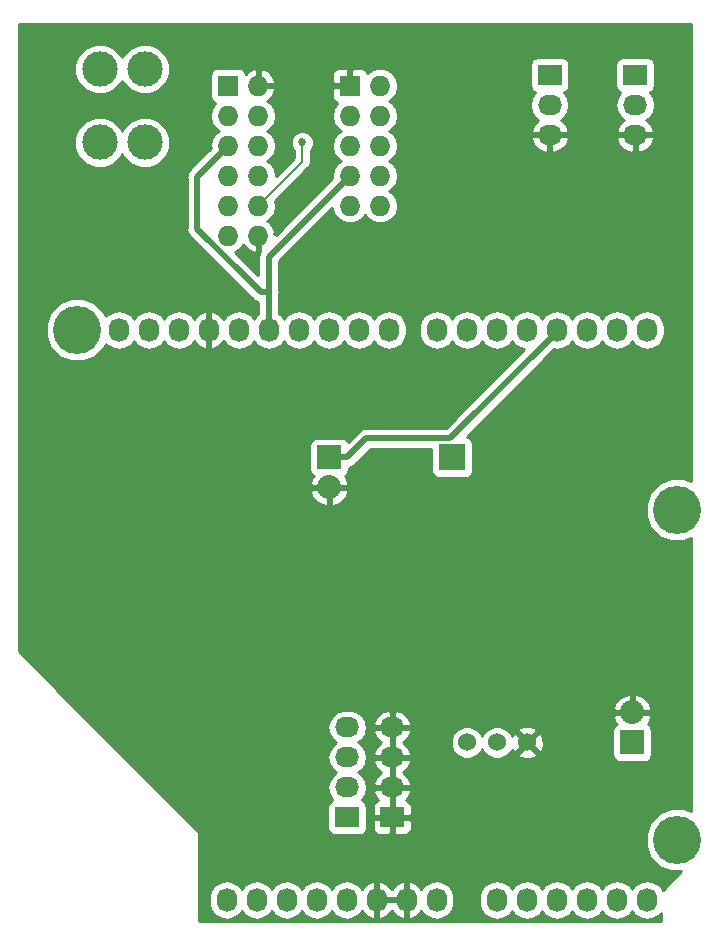
<source format=gbl>
G04 #@! TF.GenerationSoftware,KiCad,Pcbnew,5.0.0-rc2*
G04 #@! TF.CreationDate,2018-11-29T01:26:55-05:00*
G04 #@! TF.ProjectId,uno,756E6F2E6B696361645F706362000000,v1.0*
G04 #@! TF.SameCoordinates,Original*
G04 #@! TF.FileFunction,Copper,L2,Bot,Signal*
G04 #@! TF.FilePolarity,Positive*
%FSLAX46Y46*%
G04 Gerber Fmt 4.6, Leading zero omitted, Abs format (unit mm)*
G04 Created by KiCad (PCBNEW 5.0.0-rc2) date Thu Nov 29 01:26:55 2018*
%MOMM*%
%LPD*%
G01*
G04 APERTURE LIST*
G04 #@! TA.AperFunction,ComponentPad*
%ADD10O,1.727200X2.032000*%
G04 #@! TD*
G04 #@! TA.AperFunction,ComponentPad*
%ADD11C,1.727200*%
G04 #@! TD*
G04 #@! TA.AperFunction,ComponentPad*
%ADD12C,4.064000*%
G04 #@! TD*
G04 #@! TA.AperFunction,ComponentPad*
%ADD13O,2.032000X1.727200*%
G04 #@! TD*
G04 #@! TA.AperFunction,ComponentPad*
%ADD14R,2.032000X1.727200*%
G04 #@! TD*
G04 #@! TA.AperFunction,ComponentPad*
%ADD15R,1.727200X1.727200*%
G04 #@! TD*
G04 #@! TA.AperFunction,ComponentPad*
%ADD16O,1.727200X1.727200*%
G04 #@! TD*
G04 #@! TA.AperFunction,ComponentPad*
%ADD17C,2.999740*%
G04 #@! TD*
G04 #@! TA.AperFunction,ComponentPad*
%ADD18R,2.235200X2.235200*%
G04 #@! TD*
G04 #@! TA.AperFunction,ComponentPad*
%ADD19C,1.524000*%
G04 #@! TD*
G04 #@! TA.AperFunction,ComponentPad*
%ADD20O,2.032000X2.032000*%
G04 #@! TD*
G04 #@! TA.AperFunction,ComponentPad*
%ADD21R,2.032000X2.032000*%
G04 #@! TD*
G04 #@! TA.AperFunction,ViaPad*
%ADD22C,0.685800*%
G04 #@! TD*
G04 #@! TA.AperFunction,Conductor*
%ADD23C,0.152400*%
G04 #@! TD*
G04 #@! TA.AperFunction,Conductor*
%ADD24C,0.508000*%
G04 #@! TD*
G04 #@! TA.AperFunction,Conductor*
%ADD25C,0.254000*%
G04 #@! TD*
G04 APERTURE END LIST*
D10*
G04 #@! TO.P,U5,NC*
G04 #@! TO.N,Net-(U5-PadNC)*
X48209200Y-108585000D03*
G04 #@! TO.P,U5,IO*
G04 #@! TO.N,IOREF*
X50749200Y-108585000D03*
G04 #@! TO.P,U5,RST*
G04 #@! TO.N,RESET*
X53289200Y-108585000D03*
G04 #@! TO.P,U5,3V3*
G04 #@! TO.N,+3V3*
X55829200Y-108585000D03*
G04 #@! TO.P,U5,5V*
G04 #@! TO.N,+5V*
X58369200Y-108585000D03*
G04 #@! TO.P,U5,GND1*
G04 #@! TO.N,GND*
X60909200Y-108585000D03*
G04 #@! TO.P,U5,GND2*
X63449200Y-108585000D03*
G04 #@! TO.P,U5,VIN*
G04 #@! TO.N,VIN*
X65989200Y-108585000D03*
G04 #@! TO.P,U5,A0*
G04 #@! TO.N,/A0*
X71094600Y-108585000D03*
G04 #@! TO.P,U5,A1*
G04 #@! TO.N,/A1*
X73634600Y-108585000D03*
G04 #@! TO.P,U5,A2*
G04 #@! TO.N,/A2*
X76174600Y-108585000D03*
G04 #@! TO.P,U5,A5*
G04 #@! TO.N,/A5*
X83794600Y-108585000D03*
G04 #@! TO.P,U5,A4*
G04 #@! TO.N,/A4*
X81254600Y-108585000D03*
G04 #@! TO.P,U5,A3*
G04 #@! TO.N,/A3*
X78714600Y-108585000D03*
G04 #@! TO.P,U5,D1*
G04 #@! TO.N,/D1*
X81254600Y-60325000D03*
G04 #@! TO.P,U5,D0*
G04 #@! TO.N,/D0*
X83794600Y-60325000D03*
G04 #@! TO.P,U5,D5*
G04 #@! TO.N,/D5*
X71094600Y-60325000D03*
G04 #@! TO.P,U5,D4*
G04 #@! TO.N,/D4*
X73634600Y-60325000D03*
G04 #@! TO.P,U5,D6*
G04 #@! TO.N,/D6*
X68554600Y-60325000D03*
G04 #@! TO.P,U5,D7*
G04 #@! TO.N,/D7*
X66014600Y-60325000D03*
G04 #@! TO.P,U5,D3*
G04 #@! TO.N,/D3*
X76174600Y-60325000D03*
G04 #@! TO.P,U5,D2*
G04 #@! TO.N,/D2*
X78714600Y-60325000D03*
G04 #@! TO.P,U5,D13*
G04 #@! TO.N,/D13*
X49250600Y-60325000D03*
G04 #@! TO.P,U5,D12*
G04 #@! TO.N,/D12*
X51790600Y-60325000D03*
G04 #@! TO.P,U5,D11*
G04 #@! TO.N,/D11*
X54330600Y-60325000D03*
G04 #@! TO.P,U5,D8*
G04 #@! TO.N,/D8*
X61950600Y-60325000D03*
G04 #@! TO.P,U5,D9*
G04 #@! TO.N,/D9*
X59410600Y-60325000D03*
G04 #@! TO.P,U5,D10*
G04 #@! TO.N,/CS*
X56870600Y-60325000D03*
G04 #@! TO.P,U5,AREF*
G04 #@! TO.N,/AREF*
X44170600Y-60325000D03*
G04 #@! TO.P,U5,GND3*
G04 #@! TO.N,GND*
X46710600Y-60325000D03*
G04 #@! TO.P,U5,SCL*
G04 #@! TO.N,/A5*
X39090600Y-60325000D03*
G04 #@! TO.P,U5,SDA*
G04 #@! TO.N,/A4*
X41630600Y-60325000D03*
D11*
G04 #@! TO.P,U5,H1*
G04 #@! TO.N,N/C*
X35509200Y-60375800D03*
G04 #@! TD*
D12*
G04 #@! TO.P,U2,1*
G04 #@! TO.N,Net-(U2-Pad1)*
X86360000Y-103505000D03*
G04 #@! TD*
G04 #@! TO.P,U3,1*
G04 #@! TO.N,Net-(U3-Pad1)*
X35560000Y-60325000D03*
G04 #@! TD*
G04 #@! TO.P,U4,1*
G04 #@! TO.N,Net-(U4-Pad1)*
X86360000Y-75565000D03*
G04 #@! TD*
D13*
G04 #@! TO.P,P1,4*
G04 #@! TO.N,+5V*
X58420000Y-93980000D03*
G04 #@! TO.P,P1,3*
X58420000Y-96520000D03*
G04 #@! TO.P,P1,2*
X58420000Y-99060000D03*
D14*
G04 #@! TO.P,P1,1*
X58420000Y-101600000D03*
G04 #@! TD*
D15*
G04 #@! TO.P,P2,1*
G04 #@! TO.N,GND*
X58662333Y-39639500D03*
D16*
G04 #@! TO.P,P2,2*
G04 #@! TO.N,/VCC_Branch*
X61202333Y-39639500D03*
G04 #@! TO.P,P2,3*
G04 #@! TO.N,/RST*
X58662333Y-42179500D03*
G04 #@! TO.P,P2,4*
G04 #@! TO.N,/CS*
X61202333Y-42179500D03*
G04 #@! TO.P,P2,5*
G04 #@! TO.N,/D13*
X58662333Y-44719500D03*
G04 #@! TO.P,P2,6*
G04 #@! TO.N,/D11*
X61202333Y-44719500D03*
G04 #@! TO.P,P2,7*
G04 #@! TO.N,/D12*
X58662333Y-47259500D03*
G04 #@! TO.P,P2,8*
G04 #@! TO.N,/WOL*
X61202333Y-47259500D03*
G04 #@! TO.P,P2,9*
G04 #@! TO.N,/INT*
X58662333Y-49799500D03*
G04 #@! TO.P,P2,10*
G04 #@! TO.N,/CLKOUT*
X61202333Y-49799500D03*
G04 #@! TD*
D17*
G04 #@! TO.P,P3,1*
G04 #@! TO.N,+3V3*
X37465000Y-44450000D03*
G04 #@! TO.P,P3,2*
G04 #@! TO.N,/VCC_Branch*
X41275000Y-44450000D03*
G04 #@! TD*
G04 #@! TO.P,P4,2*
G04 #@! TO.N,/VCC_Branch*
X41275000Y-38228500D03*
G04 #@! TO.P,P4,1*
G04 #@! TO.N,+5V*
X37465000Y-38228500D03*
G04 #@! TD*
D14*
G04 #@! TO.P,P5,1*
G04 #@! TO.N,GND*
X62230000Y-101600000D03*
D13*
G04 #@! TO.P,P5,2*
X62230000Y-99060000D03*
G04 #@! TO.P,P5,3*
X62230000Y-96520000D03*
G04 #@! TO.P,P5,4*
X62230000Y-93980000D03*
G04 #@! TD*
D18*
G04 #@! TO.P,P6,1*
G04 #@! TO.N,/UNUSED*
X67310000Y-71120000D03*
G04 #@! TD*
D15*
G04 #@! TO.P,P7,1*
G04 #@! TO.N,/VCC_Branch*
X48342333Y-39639500D03*
D16*
G04 #@! TO.P,P7,2*
G04 #@! TO.N,GND*
X50882333Y-39639500D03*
G04 #@! TO.P,P7,3*
G04 #@! TO.N,/INT*
X48342333Y-42179500D03*
G04 #@! TO.P,P7,4*
G04 #@! TO.N,/CLKOUT*
X50882333Y-42179500D03*
G04 #@! TO.P,P7,5*
G04 #@! TO.N,/D12*
X48342333Y-44719500D03*
G04 #@! TO.P,P7,6*
G04 #@! TO.N,/WOL*
X50882333Y-44719500D03*
G04 #@! TO.P,P7,7*
G04 #@! TO.N,/D13*
X48342333Y-47259500D03*
G04 #@! TO.P,P7,8*
G04 #@! TO.N,/D11*
X50882333Y-47259500D03*
G04 #@! TO.P,P7,9*
G04 #@! TO.N,/RST*
X48342333Y-49799500D03*
G04 #@! TO.P,P7,10*
G04 #@! TO.N,/CS*
X50882333Y-49799500D03*
G04 #@! TO.P,P7,11*
G04 #@! TO.N,/Q3*
X48342333Y-52339500D03*
G04 #@! TO.P,P7,12*
G04 #@! TO.N,GND*
X50882333Y-52339500D03*
G04 #@! TD*
D13*
G04 #@! TO.P,P8,3*
G04 #@! TO.N,GND*
X75565000Y-43815000D03*
G04 #@! TO.P,P8,2*
G04 #@! TO.N,/D4*
X75565000Y-41275000D03*
D14*
G04 #@! TO.P,P8,1*
G04 #@! TO.N,+5V*
X75565000Y-38735000D03*
G04 #@! TD*
G04 #@! TO.P,P9,1*
G04 #@! TO.N,+5V*
X82804000Y-38735000D03*
D13*
G04 #@! TO.P,P9,2*
G04 #@! TO.N,/D2*
X82804000Y-41275000D03*
G04 #@! TO.P,P9,3*
G04 #@! TO.N,GND*
X82804000Y-43815000D03*
G04 #@! TD*
D19*
G04 #@! TO.P,P10,2*
G04 #@! TO.N,/A0*
X71120000Y-95250000D03*
G04 #@! TO.P,P10,3*
G04 #@! TO.N,GND*
X73660000Y-95250000D03*
G04 #@! TO.P,P10,1*
G04 #@! TO.N,+5V*
X68580000Y-95250000D03*
G04 #@! TD*
D20*
G04 #@! TO.P,P11,2*
G04 #@! TO.N,GND*
X82550000Y-92710000D03*
D21*
G04 #@! TO.P,P11,1*
G04 #@! TO.N,/A1*
X82550000Y-95250000D03*
G04 #@! TD*
G04 #@! TO.P,P12,1*
G04 #@! TO.N,/D3*
X56896000Y-71120000D03*
D20*
G04 #@! TO.P,P12,2*
G04 #@! TO.N,GND*
X56896000Y-73660000D03*
G04 #@! TD*
D22*
G04 #@! TO.N,GND*
X81280000Y-69850000D03*
X50165000Y-54610000D03*
X48895000Y-56515000D03*
G04 #@! TO.N,/CS*
X54610000Y-44450000D03*
G04 #@! TD*
D23*
G04 #@! TO.N,/CS*
X54610000Y-46071833D02*
X50882333Y-49799500D01*
X54610000Y-44450000D02*
X54610000Y-46071833D01*
D24*
G04 #@! TO.N,/D12*
X51790600Y-54131233D02*
X58662333Y-47259500D01*
X45720000Y-51747137D02*
X49852863Y-55880000D01*
X45720000Y-47341833D02*
X45720000Y-51747137D01*
X48342333Y-44719500D02*
X45720000Y-47341833D01*
X51790600Y-55880000D02*
X51790600Y-54131233D01*
X51122863Y-57150000D02*
X49852863Y-55880000D01*
X51790600Y-57150000D02*
X51122863Y-57150000D01*
X51790600Y-60325000D02*
X51790600Y-57150000D01*
X51790600Y-57150000D02*
X51790600Y-55880000D01*
G04 #@! TO.N,/D3*
X58420000Y-71120000D02*
X56896000Y-71120000D01*
X60045601Y-69494399D02*
X58420000Y-71120000D01*
X76174600Y-60477400D02*
X67157601Y-69494399D01*
X67157601Y-69494399D02*
X60045601Y-69494399D01*
X76174600Y-60325000D02*
X76174600Y-60477400D01*
G04 #@! TD*
D25*
G04 #@! TO.N,GND*
G36*
X87503000Y-73151706D02*
X86890499Y-72898000D01*
X85829501Y-72898000D01*
X84849266Y-73304026D01*
X84099026Y-74054266D01*
X83693000Y-75034501D01*
X83693000Y-76095499D01*
X84099026Y-77075734D01*
X84849266Y-77825974D01*
X85829501Y-78232000D01*
X86890499Y-78232000D01*
X87503000Y-77978294D01*
X87503000Y-101091706D01*
X86890499Y-100838000D01*
X85829501Y-100838000D01*
X84849266Y-101244026D01*
X84099026Y-101994266D01*
X83693000Y-102974501D01*
X83693000Y-104035499D01*
X84099026Y-105015734D01*
X84849266Y-105765974D01*
X85829501Y-106172000D01*
X86688394Y-106172000D01*
X85128652Y-107731742D01*
X84875029Y-107352170D01*
X84379324Y-107020950D01*
X83794600Y-106904641D01*
X83209875Y-107020951D01*
X82714170Y-107352171D01*
X82524600Y-107635882D01*
X82335029Y-107352170D01*
X81839324Y-107020950D01*
X81254600Y-106904641D01*
X80669875Y-107020951D01*
X80174170Y-107352171D01*
X79984600Y-107635882D01*
X79795029Y-107352170D01*
X79299324Y-107020950D01*
X78714600Y-106904641D01*
X78129875Y-107020951D01*
X77634170Y-107352171D01*
X77444600Y-107635882D01*
X77255029Y-107352170D01*
X76759324Y-107020950D01*
X76174600Y-106904641D01*
X75589875Y-107020951D01*
X75094170Y-107352171D01*
X74904600Y-107635882D01*
X74715029Y-107352170D01*
X74219324Y-107020950D01*
X73634600Y-106904641D01*
X73049875Y-107020951D01*
X72554170Y-107352171D01*
X72364600Y-107635882D01*
X72175029Y-107352170D01*
X71679324Y-107020950D01*
X71094600Y-106904641D01*
X70509875Y-107020951D01*
X70014170Y-107352171D01*
X69682950Y-107847876D01*
X69596000Y-108285003D01*
X69596001Y-108884998D01*
X69682951Y-109322125D01*
X70014171Y-109817830D01*
X70509876Y-110149050D01*
X71094600Y-110265359D01*
X71679325Y-110149049D01*
X72175030Y-109817829D01*
X72364600Y-109534118D01*
X72554171Y-109817830D01*
X73049876Y-110149050D01*
X73634600Y-110265359D01*
X74219325Y-110149049D01*
X74715030Y-109817829D01*
X74904600Y-109534118D01*
X75094171Y-109817830D01*
X75589876Y-110149050D01*
X76174600Y-110265359D01*
X76759325Y-110149049D01*
X77255030Y-109817829D01*
X77444600Y-109534118D01*
X77634171Y-109817830D01*
X78129876Y-110149050D01*
X78714600Y-110265359D01*
X79299325Y-110149049D01*
X79795030Y-109817829D01*
X79984600Y-109534118D01*
X80174171Y-109817830D01*
X80669876Y-110149050D01*
X81254600Y-110265359D01*
X81839325Y-110149049D01*
X82335030Y-109817829D01*
X82524600Y-109534118D01*
X82714171Y-109817830D01*
X83209876Y-110149050D01*
X83794600Y-110265359D01*
X84379325Y-110149049D01*
X84875030Y-109817829D01*
X84963000Y-109686173D01*
X84963000Y-110363000D01*
X45847000Y-110363000D01*
X45847000Y-108285003D01*
X46710600Y-108285003D01*
X46710601Y-108884998D01*
X46797551Y-109322125D01*
X47128771Y-109817830D01*
X47624476Y-110149050D01*
X48209200Y-110265359D01*
X48793925Y-110149049D01*
X49289630Y-109817829D01*
X49479200Y-109534118D01*
X49668771Y-109817830D01*
X50164476Y-110149050D01*
X50749200Y-110265359D01*
X51333925Y-110149049D01*
X51829630Y-109817829D01*
X52019200Y-109534118D01*
X52208771Y-109817830D01*
X52704476Y-110149050D01*
X53289200Y-110265359D01*
X53873925Y-110149049D01*
X54369630Y-109817829D01*
X54559200Y-109534118D01*
X54748771Y-109817830D01*
X55244476Y-110149050D01*
X55829200Y-110265359D01*
X56413925Y-110149049D01*
X56909630Y-109817829D01*
X57099200Y-109534118D01*
X57288771Y-109817830D01*
X57784476Y-110149050D01*
X58369200Y-110265359D01*
X58953925Y-110149049D01*
X59449630Y-109817829D01*
X59643109Y-109528267D01*
X60007164Y-109935732D01*
X60534409Y-110189709D01*
X60550174Y-110192358D01*
X60782200Y-110071217D01*
X60782200Y-108712000D01*
X61036200Y-108712000D01*
X61036200Y-110071217D01*
X61268226Y-110192358D01*
X61283991Y-110189709D01*
X61811236Y-109935732D01*
X62179200Y-109523892D01*
X62547164Y-109935732D01*
X63074409Y-110189709D01*
X63090174Y-110192358D01*
X63322200Y-110071217D01*
X63322200Y-108712000D01*
X61036200Y-108712000D01*
X60782200Y-108712000D01*
X60762200Y-108712000D01*
X60762200Y-108458000D01*
X60782200Y-108458000D01*
X60782200Y-107098783D01*
X61036200Y-107098783D01*
X61036200Y-108458000D01*
X63322200Y-108458000D01*
X63322200Y-107098783D01*
X63576200Y-107098783D01*
X63576200Y-108458000D01*
X63596200Y-108458000D01*
X63596200Y-108712000D01*
X63576200Y-108712000D01*
X63576200Y-110071217D01*
X63808226Y-110192358D01*
X63823991Y-110189709D01*
X64351236Y-109935732D01*
X64715291Y-109528267D01*
X64908771Y-109817830D01*
X65404476Y-110149050D01*
X65989200Y-110265359D01*
X66573925Y-110149049D01*
X67069630Y-109817829D01*
X67400850Y-109322124D01*
X67487800Y-108884997D01*
X67487799Y-108285002D01*
X67400849Y-107847875D01*
X67069629Y-107352170D01*
X66573924Y-107020950D01*
X65989200Y-106904641D01*
X65404475Y-107020951D01*
X64908770Y-107352171D01*
X64715291Y-107641733D01*
X64351236Y-107234268D01*
X63823991Y-106980291D01*
X63808226Y-106977642D01*
X63576200Y-107098783D01*
X63322200Y-107098783D01*
X63090174Y-106977642D01*
X63074409Y-106980291D01*
X62547164Y-107234268D01*
X62179200Y-107646108D01*
X61811236Y-107234268D01*
X61283991Y-106980291D01*
X61268226Y-106977642D01*
X61036200Y-107098783D01*
X60782200Y-107098783D01*
X60550174Y-106977642D01*
X60534409Y-106980291D01*
X60007164Y-107234268D01*
X59643109Y-107641733D01*
X59449629Y-107352170D01*
X58953924Y-107020950D01*
X58369200Y-106904641D01*
X57784475Y-107020951D01*
X57288770Y-107352171D01*
X57099200Y-107635882D01*
X56909629Y-107352170D01*
X56413924Y-107020950D01*
X55829200Y-106904641D01*
X55244475Y-107020951D01*
X54748770Y-107352171D01*
X54559200Y-107635882D01*
X54369629Y-107352170D01*
X53873924Y-107020950D01*
X53289200Y-106904641D01*
X52704475Y-107020951D01*
X52208770Y-107352171D01*
X52019200Y-107635882D01*
X51829629Y-107352170D01*
X51333924Y-107020950D01*
X50749200Y-106904641D01*
X50164475Y-107020951D01*
X49668770Y-107352171D01*
X49479200Y-107635882D01*
X49289629Y-107352170D01*
X48793924Y-107020950D01*
X48209200Y-106904641D01*
X47624475Y-107020951D01*
X47128770Y-107352171D01*
X46797550Y-107847876D01*
X46710600Y-108285003D01*
X45847000Y-108285003D01*
X45847000Y-102870000D01*
X45837333Y-102821399D01*
X45809803Y-102780197D01*
X37009606Y-93980000D01*
X56739641Y-93980000D01*
X56855950Y-94564725D01*
X57187170Y-95060430D01*
X57470881Y-95250000D01*
X57187170Y-95439570D01*
X56855950Y-95935275D01*
X56739641Y-96520000D01*
X56855950Y-97104725D01*
X57187170Y-97600430D01*
X57470881Y-97790000D01*
X57187170Y-97979570D01*
X56855950Y-98475275D01*
X56739641Y-99060000D01*
X56855950Y-99644725D01*
X57182251Y-100133068D01*
X57156235Y-100138243D01*
X56946191Y-100278591D01*
X56805843Y-100488635D01*
X56756560Y-100736400D01*
X56756560Y-102463600D01*
X56805843Y-102711365D01*
X56946191Y-102921409D01*
X57156235Y-103061757D01*
X57404000Y-103111040D01*
X59436000Y-103111040D01*
X59683765Y-103061757D01*
X59893809Y-102921409D01*
X60034157Y-102711365D01*
X60083440Y-102463600D01*
X60083440Y-101885750D01*
X60579000Y-101885750D01*
X60579000Y-102589910D01*
X60675673Y-102823299D01*
X60854302Y-103001927D01*
X61087691Y-103098600D01*
X61944250Y-103098600D01*
X62103000Y-102939850D01*
X62103000Y-101727000D01*
X62357000Y-101727000D01*
X62357000Y-102939850D01*
X62515750Y-103098600D01*
X63372309Y-103098600D01*
X63605698Y-103001927D01*
X63784327Y-102823299D01*
X63881000Y-102589910D01*
X63881000Y-101885750D01*
X63722250Y-101727000D01*
X62357000Y-101727000D01*
X62103000Y-101727000D01*
X60737750Y-101727000D01*
X60579000Y-101885750D01*
X60083440Y-101885750D01*
X60083440Y-100736400D01*
X60058316Y-100610090D01*
X60579000Y-100610090D01*
X60579000Y-101314250D01*
X60737750Y-101473000D01*
X62103000Y-101473000D01*
X62103000Y-99187000D01*
X62357000Y-99187000D01*
X62357000Y-101473000D01*
X63722250Y-101473000D01*
X63881000Y-101314250D01*
X63881000Y-100610090D01*
X63784327Y-100376701D01*
X63605698Y-100198073D01*
X63408139Y-100116241D01*
X63580732Y-99962036D01*
X63834709Y-99434791D01*
X63837358Y-99419026D01*
X63716217Y-99187000D01*
X62357000Y-99187000D01*
X62103000Y-99187000D01*
X60743783Y-99187000D01*
X60622642Y-99419026D01*
X60625291Y-99434791D01*
X60879268Y-99962036D01*
X61051861Y-100116241D01*
X60854302Y-100198073D01*
X60675673Y-100376701D01*
X60579000Y-100610090D01*
X60058316Y-100610090D01*
X60034157Y-100488635D01*
X59893809Y-100278591D01*
X59683765Y-100138243D01*
X59657749Y-100133068D01*
X59984050Y-99644725D01*
X60100359Y-99060000D01*
X59984050Y-98475275D01*
X59652830Y-97979570D01*
X59369119Y-97790000D01*
X59652830Y-97600430D01*
X59984050Y-97104725D01*
X60028944Y-96879026D01*
X60622642Y-96879026D01*
X60625291Y-96894791D01*
X60879268Y-97422036D01*
X61291108Y-97790000D01*
X60879268Y-98157964D01*
X60625291Y-98685209D01*
X60622642Y-98700974D01*
X60743783Y-98933000D01*
X62103000Y-98933000D01*
X62103000Y-96647000D01*
X62357000Y-96647000D01*
X62357000Y-98933000D01*
X63716217Y-98933000D01*
X63837358Y-98700974D01*
X63834709Y-98685209D01*
X63580732Y-98157964D01*
X63168892Y-97790000D01*
X63580732Y-97422036D01*
X63834709Y-96894791D01*
X63837358Y-96879026D01*
X63716217Y-96647000D01*
X62357000Y-96647000D01*
X62103000Y-96647000D01*
X60743783Y-96647000D01*
X60622642Y-96879026D01*
X60028944Y-96879026D01*
X60100359Y-96520000D01*
X59984050Y-95935275D01*
X59652830Y-95439570D01*
X59369119Y-95250000D01*
X59652830Y-95060430D01*
X59984050Y-94564725D01*
X60028944Y-94339026D01*
X60622642Y-94339026D01*
X60625291Y-94354791D01*
X60879268Y-94882036D01*
X61291108Y-95250000D01*
X60879268Y-95617964D01*
X60625291Y-96145209D01*
X60622642Y-96160974D01*
X60743783Y-96393000D01*
X62103000Y-96393000D01*
X62103000Y-94107000D01*
X62357000Y-94107000D01*
X62357000Y-96393000D01*
X63716217Y-96393000D01*
X63837358Y-96160974D01*
X63834709Y-96145209D01*
X63580732Y-95617964D01*
X63168892Y-95250000D01*
X63479907Y-94972119D01*
X67183000Y-94972119D01*
X67183000Y-95527881D01*
X67395680Y-96041337D01*
X67788663Y-96434320D01*
X68302119Y-96647000D01*
X68857881Y-96647000D01*
X69371337Y-96434320D01*
X69764320Y-96041337D01*
X69850000Y-95834487D01*
X69935680Y-96041337D01*
X70328663Y-96434320D01*
X70842119Y-96647000D01*
X71397881Y-96647000D01*
X71911337Y-96434320D01*
X72115444Y-96230213D01*
X72859392Y-96230213D01*
X72928857Y-96472397D01*
X73452302Y-96659144D01*
X74007368Y-96631362D01*
X74391143Y-96472397D01*
X74460608Y-96230213D01*
X73660000Y-95429605D01*
X72859392Y-96230213D01*
X72115444Y-96230213D01*
X72304320Y-96041337D01*
X72383428Y-95850353D01*
X72437603Y-95981143D01*
X72679787Y-96050608D01*
X73480395Y-95250000D01*
X73839605Y-95250000D01*
X74640213Y-96050608D01*
X74882397Y-95981143D01*
X75069144Y-95457698D01*
X75041362Y-94902632D01*
X74882397Y-94518857D01*
X74640213Y-94449392D01*
X73839605Y-95250000D01*
X73480395Y-95250000D01*
X72679787Y-94449392D01*
X72437603Y-94518857D01*
X72387465Y-94659393D01*
X72304320Y-94458663D01*
X72115444Y-94269787D01*
X72859392Y-94269787D01*
X73660000Y-95070395D01*
X74460608Y-94269787D01*
X74450344Y-94234000D01*
X80886560Y-94234000D01*
X80886560Y-96266000D01*
X80935843Y-96513765D01*
X81076191Y-96723809D01*
X81286235Y-96864157D01*
X81534000Y-96913440D01*
X83566000Y-96913440D01*
X83813765Y-96864157D01*
X84023809Y-96723809D01*
X84164157Y-96513765D01*
X84213440Y-96266000D01*
X84213440Y-94234000D01*
X84164157Y-93986235D01*
X84023809Y-93776191D01*
X83866887Y-93671338D01*
X83956385Y-93574818D01*
X84155975Y-93092944D01*
X84036836Y-92837000D01*
X82677000Y-92837000D01*
X82677000Y-92857000D01*
X82423000Y-92857000D01*
X82423000Y-92837000D01*
X81063164Y-92837000D01*
X80944025Y-93092944D01*
X81143615Y-93574818D01*
X81233113Y-93671338D01*
X81076191Y-93776191D01*
X80935843Y-93986235D01*
X80886560Y-94234000D01*
X74450344Y-94234000D01*
X74391143Y-94027603D01*
X73867698Y-93840856D01*
X73312632Y-93868638D01*
X72928857Y-94027603D01*
X72859392Y-94269787D01*
X72115444Y-94269787D01*
X71911337Y-94065680D01*
X71397881Y-93853000D01*
X70842119Y-93853000D01*
X70328663Y-94065680D01*
X69935680Y-94458663D01*
X69850000Y-94665513D01*
X69764320Y-94458663D01*
X69371337Y-94065680D01*
X68857881Y-93853000D01*
X68302119Y-93853000D01*
X67788663Y-94065680D01*
X67395680Y-94458663D01*
X67183000Y-94972119D01*
X63479907Y-94972119D01*
X63580732Y-94882036D01*
X63834709Y-94354791D01*
X63837358Y-94339026D01*
X63716217Y-94107000D01*
X62357000Y-94107000D01*
X62103000Y-94107000D01*
X60743783Y-94107000D01*
X60622642Y-94339026D01*
X60028944Y-94339026D01*
X60100359Y-93980000D01*
X60028945Y-93620974D01*
X60622642Y-93620974D01*
X60743783Y-93853000D01*
X62103000Y-93853000D01*
X62103000Y-92639076D01*
X62357000Y-92639076D01*
X62357000Y-93853000D01*
X63716217Y-93853000D01*
X63837358Y-93620974D01*
X63834709Y-93605209D01*
X63580732Y-93077964D01*
X63144320Y-92688046D01*
X62591913Y-92494816D01*
X62357000Y-92639076D01*
X62103000Y-92639076D01*
X61868087Y-92494816D01*
X61315680Y-92688046D01*
X60879268Y-93077964D01*
X60625291Y-93605209D01*
X60622642Y-93620974D01*
X60028945Y-93620974D01*
X59984050Y-93395275D01*
X59652830Y-92899570D01*
X59157125Y-92568350D01*
X58719998Y-92481400D01*
X58120002Y-92481400D01*
X57682875Y-92568350D01*
X57187170Y-92899570D01*
X56855950Y-93395275D01*
X56739641Y-93980000D01*
X37009606Y-93980000D01*
X35356662Y-92327056D01*
X80944025Y-92327056D01*
X81063164Y-92583000D01*
X82423000Y-92583000D01*
X82423000Y-91222633D01*
X82677000Y-91222633D01*
X82677000Y-92583000D01*
X84036836Y-92583000D01*
X84155975Y-92327056D01*
X83956385Y-91845182D01*
X83518379Y-91372812D01*
X82932946Y-91104017D01*
X82677000Y-91222633D01*
X82423000Y-91222633D01*
X82167054Y-91104017D01*
X81581621Y-91372812D01*
X81143615Y-91845182D01*
X80944025Y-92327056D01*
X35356662Y-92327056D01*
X34259965Y-91230359D01*
X30607000Y-87480627D01*
X30607000Y-74042944D01*
X55290025Y-74042944D01*
X55489615Y-74524818D01*
X55927621Y-74997188D01*
X56513054Y-75265983D01*
X56769000Y-75147367D01*
X56769000Y-73787000D01*
X57023000Y-73787000D01*
X57023000Y-75147367D01*
X57278946Y-75265983D01*
X57864379Y-74997188D01*
X58302385Y-74524818D01*
X58501975Y-74042944D01*
X58382836Y-73787000D01*
X57023000Y-73787000D01*
X56769000Y-73787000D01*
X55409164Y-73787000D01*
X55290025Y-74042944D01*
X30607000Y-74042944D01*
X30607000Y-70104000D01*
X55232560Y-70104000D01*
X55232560Y-72136000D01*
X55281843Y-72383765D01*
X55422191Y-72593809D01*
X55579113Y-72698662D01*
X55489615Y-72795182D01*
X55290025Y-73277056D01*
X55409164Y-73533000D01*
X56769000Y-73533000D01*
X56769000Y-73513000D01*
X57023000Y-73513000D01*
X57023000Y-73533000D01*
X58382836Y-73533000D01*
X58501975Y-73277056D01*
X58302385Y-72795182D01*
X58212887Y-72698662D01*
X58369809Y-72593809D01*
X58510157Y-72383765D01*
X58559440Y-72136000D01*
X58559440Y-71998680D01*
X58766870Y-71957419D01*
X59060933Y-71760933D01*
X59110531Y-71686704D01*
X60413837Y-70383399D01*
X65544960Y-70383399D01*
X65544960Y-72237600D01*
X65594243Y-72485365D01*
X65734591Y-72695409D01*
X65944635Y-72835757D01*
X66192400Y-72885040D01*
X68427600Y-72885040D01*
X68675365Y-72835757D01*
X68885409Y-72695409D01*
X69025757Y-72485365D01*
X69075040Y-72237600D01*
X69075040Y-70002400D01*
X69025757Y-69754635D01*
X68885409Y-69544591D01*
X68675365Y-69404243D01*
X68533259Y-69375977D01*
X75948793Y-61960443D01*
X76174600Y-62005359D01*
X76759325Y-61889049D01*
X77255030Y-61557829D01*
X77444600Y-61274118D01*
X77634171Y-61557830D01*
X78129876Y-61889050D01*
X78714600Y-62005359D01*
X79299325Y-61889049D01*
X79795030Y-61557829D01*
X79984600Y-61274118D01*
X80174171Y-61557830D01*
X80669876Y-61889050D01*
X81254600Y-62005359D01*
X81839325Y-61889049D01*
X82335030Y-61557829D01*
X82524600Y-61274118D01*
X82714171Y-61557830D01*
X83209876Y-61889050D01*
X83794600Y-62005359D01*
X84379325Y-61889049D01*
X84875030Y-61557829D01*
X85206250Y-61062124D01*
X85293200Y-60624997D01*
X85293199Y-60025002D01*
X85206249Y-59587875D01*
X84875029Y-59092170D01*
X84379324Y-58760950D01*
X83794600Y-58644641D01*
X83209875Y-58760951D01*
X82714170Y-59092171D01*
X82524600Y-59375882D01*
X82335029Y-59092170D01*
X81839324Y-58760950D01*
X81254600Y-58644641D01*
X80669875Y-58760951D01*
X80174170Y-59092171D01*
X79984600Y-59375882D01*
X79795029Y-59092170D01*
X79299324Y-58760950D01*
X78714600Y-58644641D01*
X78129875Y-58760951D01*
X77634170Y-59092171D01*
X77444600Y-59375882D01*
X77255029Y-59092170D01*
X76759324Y-58760950D01*
X76174600Y-58644641D01*
X75589875Y-58760951D01*
X75094170Y-59092171D01*
X74904600Y-59375882D01*
X74715029Y-59092170D01*
X74219324Y-58760950D01*
X73634600Y-58644641D01*
X73049875Y-58760951D01*
X72554170Y-59092171D01*
X72364600Y-59375882D01*
X72175029Y-59092170D01*
X71679324Y-58760950D01*
X71094600Y-58644641D01*
X70509875Y-58760951D01*
X70014170Y-59092171D01*
X69824600Y-59375882D01*
X69635029Y-59092170D01*
X69139324Y-58760950D01*
X68554600Y-58644641D01*
X67969875Y-58760951D01*
X67474170Y-59092171D01*
X67284600Y-59375882D01*
X67095029Y-59092170D01*
X66599324Y-58760950D01*
X66014600Y-58644641D01*
X65429875Y-58760951D01*
X64934170Y-59092171D01*
X64602950Y-59587876D01*
X64516000Y-60025003D01*
X64516001Y-60624998D01*
X64602951Y-61062125D01*
X64934171Y-61557830D01*
X65429876Y-61889050D01*
X66014600Y-62005359D01*
X66599325Y-61889049D01*
X67095030Y-61557829D01*
X67284600Y-61274118D01*
X67474171Y-61557830D01*
X67969876Y-61889050D01*
X68554600Y-62005359D01*
X69139325Y-61889049D01*
X69635030Y-61557829D01*
X69824600Y-61274118D01*
X70014171Y-61557830D01*
X70509876Y-61889050D01*
X71094600Y-62005359D01*
X71679325Y-61889049D01*
X72175030Y-61557829D01*
X72364600Y-61274118D01*
X72554171Y-61557830D01*
X73049876Y-61889050D01*
X73430086Y-61964679D01*
X66789366Y-68605399D01*
X60133156Y-68605399D01*
X60045601Y-68587983D01*
X59958046Y-68605399D01*
X59958045Y-68605399D01*
X59698731Y-68656980D01*
X59404668Y-68853466D01*
X59355072Y-68927692D01*
X58476660Y-69806104D01*
X58369809Y-69646191D01*
X58159765Y-69505843D01*
X57912000Y-69456560D01*
X55880000Y-69456560D01*
X55632235Y-69505843D01*
X55422191Y-69646191D01*
X55281843Y-69856235D01*
X55232560Y-70104000D01*
X30607000Y-70104000D01*
X30607000Y-59794501D01*
X32893000Y-59794501D01*
X32893000Y-60855499D01*
X33299026Y-61835734D01*
X34049266Y-62585974D01*
X35029501Y-62992000D01*
X36090499Y-62992000D01*
X37070734Y-62585974D01*
X37820974Y-61835734D01*
X37964437Y-61489384D01*
X38010171Y-61557830D01*
X38505876Y-61889050D01*
X39090600Y-62005359D01*
X39675325Y-61889049D01*
X40171030Y-61557829D01*
X40360600Y-61274118D01*
X40550171Y-61557830D01*
X41045876Y-61889050D01*
X41630600Y-62005359D01*
X42215325Y-61889049D01*
X42711030Y-61557829D01*
X42900600Y-61274118D01*
X43090171Y-61557830D01*
X43585876Y-61889050D01*
X44170600Y-62005359D01*
X44755325Y-61889049D01*
X45251030Y-61557829D01*
X45444509Y-61268267D01*
X45808564Y-61675732D01*
X46335809Y-61929709D01*
X46351574Y-61932358D01*
X46583600Y-61811217D01*
X46583600Y-60452000D01*
X46563600Y-60452000D01*
X46563600Y-60198000D01*
X46583600Y-60198000D01*
X46583600Y-58838783D01*
X46351574Y-58717642D01*
X46335809Y-58720291D01*
X45808564Y-58974268D01*
X45444509Y-59381733D01*
X45251029Y-59092170D01*
X44755324Y-58760950D01*
X44170600Y-58644641D01*
X43585875Y-58760951D01*
X43090170Y-59092171D01*
X42900600Y-59375882D01*
X42711029Y-59092170D01*
X42215324Y-58760950D01*
X41630600Y-58644641D01*
X41045875Y-58760951D01*
X40550170Y-59092171D01*
X40360600Y-59375882D01*
X40171029Y-59092170D01*
X39675324Y-58760950D01*
X39090600Y-58644641D01*
X38505875Y-58760951D01*
X38010170Y-59092171D01*
X37964437Y-59160616D01*
X37820974Y-58814266D01*
X37070734Y-58064026D01*
X36090499Y-57658000D01*
X35029501Y-57658000D01*
X34049266Y-58064026D01*
X33299026Y-58814266D01*
X32893000Y-59794501D01*
X30607000Y-59794501D01*
X30607000Y-47341833D01*
X44813584Y-47341833D01*
X44831000Y-47429388D01*
X44831001Y-51659578D01*
X44813584Y-51747137D01*
X44882582Y-52094006D01*
X44882582Y-52094007D01*
X45079068Y-52388070D01*
X45153294Y-52437666D01*
X49286156Y-56570529D01*
X49286159Y-56570531D01*
X50432334Y-57716707D01*
X50481930Y-57790933D01*
X50775993Y-57987419D01*
X50901601Y-58012404D01*
X50901600Y-58964261D01*
X50710170Y-59092171D01*
X50520600Y-59375882D01*
X50331029Y-59092170D01*
X49835324Y-58760950D01*
X49250600Y-58644641D01*
X48665875Y-58760951D01*
X48170170Y-59092171D01*
X47976691Y-59381733D01*
X47612636Y-58974268D01*
X47085391Y-58720291D01*
X47069626Y-58717642D01*
X46837600Y-58838783D01*
X46837600Y-60198000D01*
X46857600Y-60198000D01*
X46857600Y-60452000D01*
X46837600Y-60452000D01*
X46837600Y-61811217D01*
X47069626Y-61932358D01*
X47085391Y-61929709D01*
X47612636Y-61675732D01*
X47976691Y-61268267D01*
X48170171Y-61557830D01*
X48665876Y-61889050D01*
X49250600Y-62005359D01*
X49835325Y-61889049D01*
X50331030Y-61557829D01*
X50520600Y-61274118D01*
X50710171Y-61557830D01*
X51205876Y-61889050D01*
X51790600Y-62005359D01*
X52375325Y-61889049D01*
X52871030Y-61557829D01*
X53060600Y-61274118D01*
X53250171Y-61557830D01*
X53745876Y-61889050D01*
X54330600Y-62005359D01*
X54915325Y-61889049D01*
X55411030Y-61557829D01*
X55600600Y-61274118D01*
X55790171Y-61557830D01*
X56285876Y-61889050D01*
X56870600Y-62005359D01*
X57455325Y-61889049D01*
X57951030Y-61557829D01*
X58140600Y-61274118D01*
X58330171Y-61557830D01*
X58825876Y-61889050D01*
X59410600Y-62005359D01*
X59995325Y-61889049D01*
X60491030Y-61557829D01*
X60680600Y-61274118D01*
X60870171Y-61557830D01*
X61365876Y-61889050D01*
X61950600Y-62005359D01*
X62535325Y-61889049D01*
X63031030Y-61557829D01*
X63362250Y-61062124D01*
X63449200Y-60624997D01*
X63449199Y-60025002D01*
X63362249Y-59587875D01*
X63031029Y-59092170D01*
X62535324Y-58760950D01*
X61950600Y-58644641D01*
X61365875Y-58760951D01*
X60870170Y-59092171D01*
X60680600Y-59375882D01*
X60491029Y-59092170D01*
X59995324Y-58760950D01*
X59410600Y-58644641D01*
X58825875Y-58760951D01*
X58330170Y-59092171D01*
X58140600Y-59375882D01*
X57951029Y-59092170D01*
X57455324Y-58760950D01*
X56870600Y-58644641D01*
X56285875Y-58760951D01*
X55790170Y-59092171D01*
X55600600Y-59375882D01*
X55411029Y-59092170D01*
X54915324Y-58760950D01*
X54330600Y-58644641D01*
X53745875Y-58760951D01*
X53250170Y-59092171D01*
X53060600Y-59375882D01*
X52871029Y-59092170D01*
X52679599Y-58964261D01*
X52679600Y-57237555D01*
X52697016Y-57150000D01*
X52679599Y-57062440D01*
X52679600Y-55792445D01*
X52679599Y-55792440D01*
X52679600Y-54499468D01*
X57175054Y-50004014D01*
X57250683Y-50384225D01*
X57581903Y-50879930D01*
X58077608Y-51211150D01*
X58514735Y-51298100D01*
X58809931Y-51298100D01*
X59247058Y-51211150D01*
X59742763Y-50879930D01*
X59932333Y-50596219D01*
X60121903Y-50879930D01*
X60617608Y-51211150D01*
X61054735Y-51298100D01*
X61349931Y-51298100D01*
X61787058Y-51211150D01*
X62282763Y-50879930D01*
X62613983Y-50384225D01*
X62730292Y-49799500D01*
X62613983Y-49214775D01*
X62282763Y-48719070D01*
X61999052Y-48529500D01*
X62282763Y-48339930D01*
X62613983Y-47844225D01*
X62730292Y-47259500D01*
X62613983Y-46674775D01*
X62282763Y-46179070D01*
X61999052Y-45989500D01*
X62282763Y-45799930D01*
X62613983Y-45304225D01*
X62730292Y-44719500D01*
X62621791Y-44174026D01*
X73957642Y-44174026D01*
X73960291Y-44189791D01*
X74214268Y-44717036D01*
X74650680Y-45106954D01*
X75203087Y-45300184D01*
X75438000Y-45155924D01*
X75438000Y-43942000D01*
X75692000Y-43942000D01*
X75692000Y-45155924D01*
X75926913Y-45300184D01*
X76479320Y-45106954D01*
X76915732Y-44717036D01*
X77169709Y-44189791D01*
X77172358Y-44174026D01*
X81196642Y-44174026D01*
X81199291Y-44189791D01*
X81453268Y-44717036D01*
X81889680Y-45106954D01*
X82442087Y-45300184D01*
X82677000Y-45155924D01*
X82677000Y-43942000D01*
X82931000Y-43942000D01*
X82931000Y-45155924D01*
X83165913Y-45300184D01*
X83718320Y-45106954D01*
X84154732Y-44717036D01*
X84408709Y-44189791D01*
X84411358Y-44174026D01*
X84290217Y-43942000D01*
X82931000Y-43942000D01*
X82677000Y-43942000D01*
X81317783Y-43942000D01*
X81196642Y-44174026D01*
X77172358Y-44174026D01*
X77051217Y-43942000D01*
X75692000Y-43942000D01*
X75438000Y-43942000D01*
X74078783Y-43942000D01*
X73957642Y-44174026D01*
X62621791Y-44174026D01*
X62613983Y-44134775D01*
X62282763Y-43639070D01*
X61999052Y-43449500D01*
X62282763Y-43259930D01*
X62613983Y-42764225D01*
X62730292Y-42179500D01*
X62613983Y-41594775D01*
X62400316Y-41275000D01*
X73884641Y-41275000D01*
X74000950Y-41859725D01*
X74332170Y-42355430D01*
X74621732Y-42548910D01*
X74214268Y-42912964D01*
X73960291Y-43440209D01*
X73957642Y-43455974D01*
X74078783Y-43688000D01*
X75438000Y-43688000D01*
X75438000Y-43668000D01*
X75692000Y-43668000D01*
X75692000Y-43688000D01*
X77051217Y-43688000D01*
X77172358Y-43455974D01*
X77169709Y-43440209D01*
X76915732Y-42912964D01*
X76508268Y-42548910D01*
X76797830Y-42355430D01*
X77129050Y-41859725D01*
X77245359Y-41275000D01*
X81123641Y-41275000D01*
X81239950Y-41859725D01*
X81571170Y-42355430D01*
X81860732Y-42548910D01*
X81453268Y-42912964D01*
X81199291Y-43440209D01*
X81196642Y-43455974D01*
X81317783Y-43688000D01*
X82677000Y-43688000D01*
X82677000Y-43668000D01*
X82931000Y-43668000D01*
X82931000Y-43688000D01*
X84290217Y-43688000D01*
X84411358Y-43455974D01*
X84408709Y-43440209D01*
X84154732Y-42912964D01*
X83747268Y-42548910D01*
X84036830Y-42355430D01*
X84368050Y-41859725D01*
X84484359Y-41275000D01*
X84368050Y-40690275D01*
X84041749Y-40201932D01*
X84067765Y-40196757D01*
X84277809Y-40056409D01*
X84418157Y-39846365D01*
X84467440Y-39598600D01*
X84467440Y-37871400D01*
X84418157Y-37623635D01*
X84277809Y-37413591D01*
X84067765Y-37273243D01*
X83820000Y-37223960D01*
X81788000Y-37223960D01*
X81540235Y-37273243D01*
X81330191Y-37413591D01*
X81189843Y-37623635D01*
X81140560Y-37871400D01*
X81140560Y-39598600D01*
X81189843Y-39846365D01*
X81330191Y-40056409D01*
X81540235Y-40196757D01*
X81566251Y-40201932D01*
X81239950Y-40690275D01*
X81123641Y-41275000D01*
X77245359Y-41275000D01*
X77129050Y-40690275D01*
X76802749Y-40201932D01*
X76828765Y-40196757D01*
X77038809Y-40056409D01*
X77179157Y-39846365D01*
X77228440Y-39598600D01*
X77228440Y-37871400D01*
X77179157Y-37623635D01*
X77038809Y-37413591D01*
X76828765Y-37273243D01*
X76581000Y-37223960D01*
X74549000Y-37223960D01*
X74301235Y-37273243D01*
X74091191Y-37413591D01*
X73950843Y-37623635D01*
X73901560Y-37871400D01*
X73901560Y-39598600D01*
X73950843Y-39846365D01*
X74091191Y-40056409D01*
X74301235Y-40196757D01*
X74327251Y-40201932D01*
X74000950Y-40690275D01*
X73884641Y-41275000D01*
X62400316Y-41275000D01*
X62282763Y-41099070D01*
X61999052Y-40909500D01*
X62282763Y-40719930D01*
X62613983Y-40224225D01*
X62730292Y-39639500D01*
X62613983Y-39054775D01*
X62282763Y-38559070D01*
X61787058Y-38227850D01*
X61349931Y-38140900D01*
X61054735Y-38140900D01*
X60617608Y-38227850D01*
X60123106Y-38558266D01*
X60064260Y-38416201D01*
X59885631Y-38237573D01*
X59652242Y-38140900D01*
X58948083Y-38140900D01*
X58789333Y-38299650D01*
X58789333Y-39512500D01*
X58809333Y-39512500D01*
X58809333Y-39766500D01*
X58789333Y-39766500D01*
X58789333Y-39786500D01*
X58535333Y-39786500D01*
X58535333Y-39766500D01*
X57322483Y-39766500D01*
X57163733Y-39925250D01*
X57163733Y-40629410D01*
X57260406Y-40862799D01*
X57439035Y-41041427D01*
X57581100Y-41100272D01*
X57250683Y-41594775D01*
X57134374Y-42179500D01*
X57250683Y-42764225D01*
X57581903Y-43259930D01*
X57865614Y-43449500D01*
X57581903Y-43639070D01*
X57250683Y-44134775D01*
X57134374Y-44719500D01*
X57250683Y-45304225D01*
X57581903Y-45799930D01*
X57865614Y-45989500D01*
X57581903Y-46179070D01*
X57250683Y-46674775D01*
X57134374Y-47259500D01*
X57179290Y-47485307D01*
X52380933Y-52283665D01*
X52380933Y-52212498D01*
X52216151Y-52212498D01*
X52337291Y-51980474D01*
X52165021Y-51564553D01*
X51770823Y-51132679D01*
X51661312Y-51081354D01*
X51962763Y-50879930D01*
X52293983Y-50384225D01*
X52410292Y-49799500D01*
X52323658Y-49363963D01*
X55063370Y-46624252D01*
X55122746Y-46584578D01*
X55162420Y-46525202D01*
X55162424Y-46525198D01*
X55279935Y-46349331D01*
X55279936Y-46349328D01*
X55321200Y-46141878D01*
X55321200Y-46141876D01*
X55335132Y-46071834D01*
X55321200Y-46001792D01*
X55321199Y-45121760D01*
X55439023Y-45003936D01*
X55587900Y-44644516D01*
X55587900Y-44255484D01*
X55439023Y-43896064D01*
X55163936Y-43620977D01*
X54804516Y-43472100D01*
X54415484Y-43472100D01*
X54056064Y-43620977D01*
X53780977Y-43896064D01*
X53632100Y-44255484D01*
X53632100Y-44644516D01*
X53780977Y-45003936D01*
X53898800Y-45121759D01*
X53898801Y-45777243D01*
X52408739Y-47267305D01*
X52410292Y-47259500D01*
X52293983Y-46674775D01*
X51962763Y-46179070D01*
X51679052Y-45989500D01*
X51962763Y-45799930D01*
X52293983Y-45304225D01*
X52410292Y-44719500D01*
X52293983Y-44134775D01*
X51962763Y-43639070D01*
X51679052Y-43449500D01*
X51962763Y-43259930D01*
X52293983Y-42764225D01*
X52410292Y-42179500D01*
X52293983Y-41594775D01*
X51962763Y-41099070D01*
X51661312Y-40897646D01*
X51770823Y-40846321D01*
X52165021Y-40414447D01*
X52337291Y-39998526D01*
X52216150Y-39766500D01*
X51009333Y-39766500D01*
X51009333Y-39786500D01*
X50755333Y-39786500D01*
X50755333Y-39766500D01*
X50735333Y-39766500D01*
X50735333Y-39512500D01*
X50755333Y-39512500D01*
X50755333Y-38305031D01*
X51009333Y-38305031D01*
X51009333Y-39512500D01*
X52216150Y-39512500D01*
X52337291Y-39280474D01*
X52165021Y-38864553D01*
X51968812Y-38649590D01*
X57163733Y-38649590D01*
X57163733Y-39353750D01*
X57322483Y-39512500D01*
X58535333Y-39512500D01*
X58535333Y-38299650D01*
X58376583Y-38140900D01*
X57672424Y-38140900D01*
X57439035Y-38237573D01*
X57260406Y-38416201D01*
X57163733Y-38649590D01*
X51968812Y-38649590D01*
X51770823Y-38432679D01*
X51241360Y-38184532D01*
X51009333Y-38305031D01*
X50755333Y-38305031D01*
X50523306Y-38184532D01*
X49993843Y-38432679D01*
X49822452Y-38620450D01*
X49804090Y-38528135D01*
X49663742Y-38318091D01*
X49453698Y-38177743D01*
X49205933Y-38128460D01*
X47478733Y-38128460D01*
X47230968Y-38177743D01*
X47020924Y-38318091D01*
X46880576Y-38528135D01*
X46831293Y-38775900D01*
X46831293Y-40503100D01*
X46880576Y-40750865D01*
X47020924Y-40960909D01*
X47230968Y-41101257D01*
X47256984Y-41106432D01*
X46930683Y-41594775D01*
X46814374Y-42179500D01*
X46930683Y-42764225D01*
X47261903Y-43259930D01*
X47545614Y-43449500D01*
X47261903Y-43639070D01*
X46930683Y-44134775D01*
X46814374Y-44719500D01*
X46859290Y-44945307D01*
X45153293Y-46651305D01*
X45079067Y-46700901D01*
X44882581Y-46994964D01*
X44831000Y-47254277D01*
X44813584Y-47341833D01*
X30607000Y-47341833D01*
X30607000Y-44025348D01*
X35330130Y-44025348D01*
X35330130Y-44874652D01*
X35655144Y-45659307D01*
X36255693Y-46259856D01*
X37040348Y-46584870D01*
X37889652Y-46584870D01*
X38674307Y-46259856D01*
X39274856Y-45659307D01*
X39370000Y-45429609D01*
X39465144Y-45659307D01*
X40065693Y-46259856D01*
X40850348Y-46584870D01*
X41699652Y-46584870D01*
X42484307Y-46259856D01*
X43084856Y-45659307D01*
X43409870Y-44874652D01*
X43409870Y-44025348D01*
X43084856Y-43240693D01*
X42484307Y-42640144D01*
X41699652Y-42315130D01*
X40850348Y-42315130D01*
X40065693Y-42640144D01*
X39465144Y-43240693D01*
X39370000Y-43470391D01*
X39274856Y-43240693D01*
X38674307Y-42640144D01*
X37889652Y-42315130D01*
X37040348Y-42315130D01*
X36255693Y-42640144D01*
X35655144Y-43240693D01*
X35330130Y-44025348D01*
X30607000Y-44025348D01*
X30607000Y-37803848D01*
X35330130Y-37803848D01*
X35330130Y-38653152D01*
X35655144Y-39437807D01*
X36255693Y-40038356D01*
X37040348Y-40363370D01*
X37889652Y-40363370D01*
X38674307Y-40038356D01*
X39274856Y-39437807D01*
X39370000Y-39208109D01*
X39465144Y-39437807D01*
X40065693Y-40038356D01*
X40850348Y-40363370D01*
X41699652Y-40363370D01*
X42484307Y-40038356D01*
X43084856Y-39437807D01*
X43409870Y-38653152D01*
X43409870Y-37803848D01*
X43084856Y-37019193D01*
X42484307Y-36418644D01*
X41699652Y-36093630D01*
X40850348Y-36093630D01*
X40065693Y-36418644D01*
X39465144Y-37019193D01*
X39370000Y-37248891D01*
X39274856Y-37019193D01*
X38674307Y-36418644D01*
X37889652Y-36093630D01*
X37040348Y-36093630D01*
X36255693Y-36418644D01*
X35655144Y-37019193D01*
X35330130Y-37803848D01*
X30607000Y-37803848D01*
X30607000Y-34417000D01*
X87503000Y-34417000D01*
X87503000Y-73151706D01*
X87503000Y-73151706D01*
G37*
X87503000Y-73151706D02*
X86890499Y-72898000D01*
X85829501Y-72898000D01*
X84849266Y-73304026D01*
X84099026Y-74054266D01*
X83693000Y-75034501D01*
X83693000Y-76095499D01*
X84099026Y-77075734D01*
X84849266Y-77825974D01*
X85829501Y-78232000D01*
X86890499Y-78232000D01*
X87503000Y-77978294D01*
X87503000Y-101091706D01*
X86890499Y-100838000D01*
X85829501Y-100838000D01*
X84849266Y-101244026D01*
X84099026Y-101994266D01*
X83693000Y-102974501D01*
X83693000Y-104035499D01*
X84099026Y-105015734D01*
X84849266Y-105765974D01*
X85829501Y-106172000D01*
X86688394Y-106172000D01*
X85128652Y-107731742D01*
X84875029Y-107352170D01*
X84379324Y-107020950D01*
X83794600Y-106904641D01*
X83209875Y-107020951D01*
X82714170Y-107352171D01*
X82524600Y-107635882D01*
X82335029Y-107352170D01*
X81839324Y-107020950D01*
X81254600Y-106904641D01*
X80669875Y-107020951D01*
X80174170Y-107352171D01*
X79984600Y-107635882D01*
X79795029Y-107352170D01*
X79299324Y-107020950D01*
X78714600Y-106904641D01*
X78129875Y-107020951D01*
X77634170Y-107352171D01*
X77444600Y-107635882D01*
X77255029Y-107352170D01*
X76759324Y-107020950D01*
X76174600Y-106904641D01*
X75589875Y-107020951D01*
X75094170Y-107352171D01*
X74904600Y-107635882D01*
X74715029Y-107352170D01*
X74219324Y-107020950D01*
X73634600Y-106904641D01*
X73049875Y-107020951D01*
X72554170Y-107352171D01*
X72364600Y-107635882D01*
X72175029Y-107352170D01*
X71679324Y-107020950D01*
X71094600Y-106904641D01*
X70509875Y-107020951D01*
X70014170Y-107352171D01*
X69682950Y-107847876D01*
X69596000Y-108285003D01*
X69596001Y-108884998D01*
X69682951Y-109322125D01*
X70014171Y-109817830D01*
X70509876Y-110149050D01*
X71094600Y-110265359D01*
X71679325Y-110149049D01*
X72175030Y-109817829D01*
X72364600Y-109534118D01*
X72554171Y-109817830D01*
X73049876Y-110149050D01*
X73634600Y-110265359D01*
X74219325Y-110149049D01*
X74715030Y-109817829D01*
X74904600Y-109534118D01*
X75094171Y-109817830D01*
X75589876Y-110149050D01*
X76174600Y-110265359D01*
X76759325Y-110149049D01*
X77255030Y-109817829D01*
X77444600Y-109534118D01*
X77634171Y-109817830D01*
X78129876Y-110149050D01*
X78714600Y-110265359D01*
X79299325Y-110149049D01*
X79795030Y-109817829D01*
X79984600Y-109534118D01*
X80174171Y-109817830D01*
X80669876Y-110149050D01*
X81254600Y-110265359D01*
X81839325Y-110149049D01*
X82335030Y-109817829D01*
X82524600Y-109534118D01*
X82714171Y-109817830D01*
X83209876Y-110149050D01*
X83794600Y-110265359D01*
X84379325Y-110149049D01*
X84875030Y-109817829D01*
X84963000Y-109686173D01*
X84963000Y-110363000D01*
X45847000Y-110363000D01*
X45847000Y-108285003D01*
X46710600Y-108285003D01*
X46710601Y-108884998D01*
X46797551Y-109322125D01*
X47128771Y-109817830D01*
X47624476Y-110149050D01*
X48209200Y-110265359D01*
X48793925Y-110149049D01*
X49289630Y-109817829D01*
X49479200Y-109534118D01*
X49668771Y-109817830D01*
X50164476Y-110149050D01*
X50749200Y-110265359D01*
X51333925Y-110149049D01*
X51829630Y-109817829D01*
X52019200Y-109534118D01*
X52208771Y-109817830D01*
X52704476Y-110149050D01*
X53289200Y-110265359D01*
X53873925Y-110149049D01*
X54369630Y-109817829D01*
X54559200Y-109534118D01*
X54748771Y-109817830D01*
X55244476Y-110149050D01*
X55829200Y-110265359D01*
X56413925Y-110149049D01*
X56909630Y-109817829D01*
X57099200Y-109534118D01*
X57288771Y-109817830D01*
X57784476Y-110149050D01*
X58369200Y-110265359D01*
X58953925Y-110149049D01*
X59449630Y-109817829D01*
X59643109Y-109528267D01*
X60007164Y-109935732D01*
X60534409Y-110189709D01*
X60550174Y-110192358D01*
X60782200Y-110071217D01*
X60782200Y-108712000D01*
X61036200Y-108712000D01*
X61036200Y-110071217D01*
X61268226Y-110192358D01*
X61283991Y-110189709D01*
X61811236Y-109935732D01*
X62179200Y-109523892D01*
X62547164Y-109935732D01*
X63074409Y-110189709D01*
X63090174Y-110192358D01*
X63322200Y-110071217D01*
X63322200Y-108712000D01*
X61036200Y-108712000D01*
X60782200Y-108712000D01*
X60762200Y-108712000D01*
X60762200Y-108458000D01*
X60782200Y-108458000D01*
X60782200Y-107098783D01*
X61036200Y-107098783D01*
X61036200Y-108458000D01*
X63322200Y-108458000D01*
X63322200Y-107098783D01*
X63576200Y-107098783D01*
X63576200Y-108458000D01*
X63596200Y-108458000D01*
X63596200Y-108712000D01*
X63576200Y-108712000D01*
X63576200Y-110071217D01*
X63808226Y-110192358D01*
X63823991Y-110189709D01*
X64351236Y-109935732D01*
X64715291Y-109528267D01*
X64908771Y-109817830D01*
X65404476Y-110149050D01*
X65989200Y-110265359D01*
X66573925Y-110149049D01*
X67069630Y-109817829D01*
X67400850Y-109322124D01*
X67487800Y-108884997D01*
X67487799Y-108285002D01*
X67400849Y-107847875D01*
X67069629Y-107352170D01*
X66573924Y-107020950D01*
X65989200Y-106904641D01*
X65404475Y-107020951D01*
X64908770Y-107352171D01*
X64715291Y-107641733D01*
X64351236Y-107234268D01*
X63823991Y-106980291D01*
X63808226Y-106977642D01*
X63576200Y-107098783D01*
X63322200Y-107098783D01*
X63090174Y-106977642D01*
X63074409Y-106980291D01*
X62547164Y-107234268D01*
X62179200Y-107646108D01*
X61811236Y-107234268D01*
X61283991Y-106980291D01*
X61268226Y-106977642D01*
X61036200Y-107098783D01*
X60782200Y-107098783D01*
X60550174Y-106977642D01*
X60534409Y-106980291D01*
X60007164Y-107234268D01*
X59643109Y-107641733D01*
X59449629Y-107352170D01*
X58953924Y-107020950D01*
X58369200Y-106904641D01*
X57784475Y-107020951D01*
X57288770Y-107352171D01*
X57099200Y-107635882D01*
X56909629Y-107352170D01*
X56413924Y-107020950D01*
X55829200Y-106904641D01*
X55244475Y-107020951D01*
X54748770Y-107352171D01*
X54559200Y-107635882D01*
X54369629Y-107352170D01*
X53873924Y-107020950D01*
X53289200Y-106904641D01*
X52704475Y-107020951D01*
X52208770Y-107352171D01*
X52019200Y-107635882D01*
X51829629Y-107352170D01*
X51333924Y-107020950D01*
X50749200Y-106904641D01*
X50164475Y-107020951D01*
X49668770Y-107352171D01*
X49479200Y-107635882D01*
X49289629Y-107352170D01*
X48793924Y-107020950D01*
X48209200Y-106904641D01*
X47624475Y-107020951D01*
X47128770Y-107352171D01*
X46797550Y-107847876D01*
X46710600Y-108285003D01*
X45847000Y-108285003D01*
X45847000Y-102870000D01*
X45837333Y-102821399D01*
X45809803Y-102780197D01*
X37009606Y-93980000D01*
X56739641Y-93980000D01*
X56855950Y-94564725D01*
X57187170Y-95060430D01*
X57470881Y-95250000D01*
X57187170Y-95439570D01*
X56855950Y-95935275D01*
X56739641Y-96520000D01*
X56855950Y-97104725D01*
X57187170Y-97600430D01*
X57470881Y-97790000D01*
X57187170Y-97979570D01*
X56855950Y-98475275D01*
X56739641Y-99060000D01*
X56855950Y-99644725D01*
X57182251Y-100133068D01*
X57156235Y-100138243D01*
X56946191Y-100278591D01*
X56805843Y-100488635D01*
X56756560Y-100736400D01*
X56756560Y-102463600D01*
X56805843Y-102711365D01*
X56946191Y-102921409D01*
X57156235Y-103061757D01*
X57404000Y-103111040D01*
X59436000Y-103111040D01*
X59683765Y-103061757D01*
X59893809Y-102921409D01*
X60034157Y-102711365D01*
X60083440Y-102463600D01*
X60083440Y-101885750D01*
X60579000Y-101885750D01*
X60579000Y-102589910D01*
X60675673Y-102823299D01*
X60854302Y-103001927D01*
X61087691Y-103098600D01*
X61944250Y-103098600D01*
X62103000Y-102939850D01*
X62103000Y-101727000D01*
X62357000Y-101727000D01*
X62357000Y-102939850D01*
X62515750Y-103098600D01*
X63372309Y-103098600D01*
X63605698Y-103001927D01*
X63784327Y-102823299D01*
X63881000Y-102589910D01*
X63881000Y-101885750D01*
X63722250Y-101727000D01*
X62357000Y-101727000D01*
X62103000Y-101727000D01*
X60737750Y-101727000D01*
X60579000Y-101885750D01*
X60083440Y-101885750D01*
X60083440Y-100736400D01*
X60058316Y-100610090D01*
X60579000Y-100610090D01*
X60579000Y-101314250D01*
X60737750Y-101473000D01*
X62103000Y-101473000D01*
X62103000Y-99187000D01*
X62357000Y-99187000D01*
X62357000Y-101473000D01*
X63722250Y-101473000D01*
X63881000Y-101314250D01*
X63881000Y-100610090D01*
X63784327Y-100376701D01*
X63605698Y-100198073D01*
X63408139Y-100116241D01*
X63580732Y-99962036D01*
X63834709Y-99434791D01*
X63837358Y-99419026D01*
X63716217Y-99187000D01*
X62357000Y-99187000D01*
X62103000Y-99187000D01*
X60743783Y-99187000D01*
X60622642Y-99419026D01*
X60625291Y-99434791D01*
X60879268Y-99962036D01*
X61051861Y-100116241D01*
X60854302Y-100198073D01*
X60675673Y-100376701D01*
X60579000Y-100610090D01*
X60058316Y-100610090D01*
X60034157Y-100488635D01*
X59893809Y-100278591D01*
X59683765Y-100138243D01*
X59657749Y-100133068D01*
X59984050Y-99644725D01*
X60100359Y-99060000D01*
X59984050Y-98475275D01*
X59652830Y-97979570D01*
X59369119Y-97790000D01*
X59652830Y-97600430D01*
X59984050Y-97104725D01*
X60028944Y-96879026D01*
X60622642Y-96879026D01*
X60625291Y-96894791D01*
X60879268Y-97422036D01*
X61291108Y-97790000D01*
X60879268Y-98157964D01*
X60625291Y-98685209D01*
X60622642Y-98700974D01*
X60743783Y-98933000D01*
X62103000Y-98933000D01*
X62103000Y-96647000D01*
X62357000Y-96647000D01*
X62357000Y-98933000D01*
X63716217Y-98933000D01*
X63837358Y-98700974D01*
X63834709Y-98685209D01*
X63580732Y-98157964D01*
X63168892Y-97790000D01*
X63580732Y-97422036D01*
X63834709Y-96894791D01*
X63837358Y-96879026D01*
X63716217Y-96647000D01*
X62357000Y-96647000D01*
X62103000Y-96647000D01*
X60743783Y-96647000D01*
X60622642Y-96879026D01*
X60028944Y-96879026D01*
X60100359Y-96520000D01*
X59984050Y-95935275D01*
X59652830Y-95439570D01*
X59369119Y-95250000D01*
X59652830Y-95060430D01*
X59984050Y-94564725D01*
X60028944Y-94339026D01*
X60622642Y-94339026D01*
X60625291Y-94354791D01*
X60879268Y-94882036D01*
X61291108Y-95250000D01*
X60879268Y-95617964D01*
X60625291Y-96145209D01*
X60622642Y-96160974D01*
X60743783Y-96393000D01*
X62103000Y-96393000D01*
X62103000Y-94107000D01*
X62357000Y-94107000D01*
X62357000Y-96393000D01*
X63716217Y-96393000D01*
X63837358Y-96160974D01*
X63834709Y-96145209D01*
X63580732Y-95617964D01*
X63168892Y-95250000D01*
X63479907Y-94972119D01*
X67183000Y-94972119D01*
X67183000Y-95527881D01*
X67395680Y-96041337D01*
X67788663Y-96434320D01*
X68302119Y-96647000D01*
X68857881Y-96647000D01*
X69371337Y-96434320D01*
X69764320Y-96041337D01*
X69850000Y-95834487D01*
X69935680Y-96041337D01*
X70328663Y-96434320D01*
X70842119Y-96647000D01*
X71397881Y-96647000D01*
X71911337Y-96434320D01*
X72115444Y-96230213D01*
X72859392Y-96230213D01*
X72928857Y-96472397D01*
X73452302Y-96659144D01*
X74007368Y-96631362D01*
X74391143Y-96472397D01*
X74460608Y-96230213D01*
X73660000Y-95429605D01*
X72859392Y-96230213D01*
X72115444Y-96230213D01*
X72304320Y-96041337D01*
X72383428Y-95850353D01*
X72437603Y-95981143D01*
X72679787Y-96050608D01*
X73480395Y-95250000D01*
X73839605Y-95250000D01*
X74640213Y-96050608D01*
X74882397Y-95981143D01*
X75069144Y-95457698D01*
X75041362Y-94902632D01*
X74882397Y-94518857D01*
X74640213Y-94449392D01*
X73839605Y-95250000D01*
X73480395Y-95250000D01*
X72679787Y-94449392D01*
X72437603Y-94518857D01*
X72387465Y-94659393D01*
X72304320Y-94458663D01*
X72115444Y-94269787D01*
X72859392Y-94269787D01*
X73660000Y-95070395D01*
X74460608Y-94269787D01*
X74450344Y-94234000D01*
X80886560Y-94234000D01*
X80886560Y-96266000D01*
X80935843Y-96513765D01*
X81076191Y-96723809D01*
X81286235Y-96864157D01*
X81534000Y-96913440D01*
X83566000Y-96913440D01*
X83813765Y-96864157D01*
X84023809Y-96723809D01*
X84164157Y-96513765D01*
X84213440Y-96266000D01*
X84213440Y-94234000D01*
X84164157Y-93986235D01*
X84023809Y-93776191D01*
X83866887Y-93671338D01*
X83956385Y-93574818D01*
X84155975Y-93092944D01*
X84036836Y-92837000D01*
X82677000Y-92837000D01*
X82677000Y-92857000D01*
X82423000Y-92857000D01*
X82423000Y-92837000D01*
X81063164Y-92837000D01*
X80944025Y-93092944D01*
X81143615Y-93574818D01*
X81233113Y-93671338D01*
X81076191Y-93776191D01*
X80935843Y-93986235D01*
X80886560Y-94234000D01*
X74450344Y-94234000D01*
X74391143Y-94027603D01*
X73867698Y-93840856D01*
X73312632Y-93868638D01*
X72928857Y-94027603D01*
X72859392Y-94269787D01*
X72115444Y-94269787D01*
X71911337Y-94065680D01*
X71397881Y-93853000D01*
X70842119Y-93853000D01*
X70328663Y-94065680D01*
X69935680Y-94458663D01*
X69850000Y-94665513D01*
X69764320Y-94458663D01*
X69371337Y-94065680D01*
X68857881Y-93853000D01*
X68302119Y-93853000D01*
X67788663Y-94065680D01*
X67395680Y-94458663D01*
X67183000Y-94972119D01*
X63479907Y-94972119D01*
X63580732Y-94882036D01*
X63834709Y-94354791D01*
X63837358Y-94339026D01*
X63716217Y-94107000D01*
X62357000Y-94107000D01*
X62103000Y-94107000D01*
X60743783Y-94107000D01*
X60622642Y-94339026D01*
X60028944Y-94339026D01*
X60100359Y-93980000D01*
X60028945Y-93620974D01*
X60622642Y-93620974D01*
X60743783Y-93853000D01*
X62103000Y-93853000D01*
X62103000Y-92639076D01*
X62357000Y-92639076D01*
X62357000Y-93853000D01*
X63716217Y-93853000D01*
X63837358Y-93620974D01*
X63834709Y-93605209D01*
X63580732Y-93077964D01*
X63144320Y-92688046D01*
X62591913Y-92494816D01*
X62357000Y-92639076D01*
X62103000Y-92639076D01*
X61868087Y-92494816D01*
X61315680Y-92688046D01*
X60879268Y-93077964D01*
X60625291Y-93605209D01*
X60622642Y-93620974D01*
X60028945Y-93620974D01*
X59984050Y-93395275D01*
X59652830Y-92899570D01*
X59157125Y-92568350D01*
X58719998Y-92481400D01*
X58120002Y-92481400D01*
X57682875Y-92568350D01*
X57187170Y-92899570D01*
X56855950Y-93395275D01*
X56739641Y-93980000D01*
X37009606Y-93980000D01*
X35356662Y-92327056D01*
X80944025Y-92327056D01*
X81063164Y-92583000D01*
X82423000Y-92583000D01*
X82423000Y-91222633D01*
X82677000Y-91222633D01*
X82677000Y-92583000D01*
X84036836Y-92583000D01*
X84155975Y-92327056D01*
X83956385Y-91845182D01*
X83518379Y-91372812D01*
X82932946Y-91104017D01*
X82677000Y-91222633D01*
X82423000Y-91222633D01*
X82167054Y-91104017D01*
X81581621Y-91372812D01*
X81143615Y-91845182D01*
X80944025Y-92327056D01*
X35356662Y-92327056D01*
X34259965Y-91230359D01*
X30607000Y-87480627D01*
X30607000Y-74042944D01*
X55290025Y-74042944D01*
X55489615Y-74524818D01*
X55927621Y-74997188D01*
X56513054Y-75265983D01*
X56769000Y-75147367D01*
X56769000Y-73787000D01*
X57023000Y-73787000D01*
X57023000Y-75147367D01*
X57278946Y-75265983D01*
X57864379Y-74997188D01*
X58302385Y-74524818D01*
X58501975Y-74042944D01*
X58382836Y-73787000D01*
X57023000Y-73787000D01*
X56769000Y-73787000D01*
X55409164Y-73787000D01*
X55290025Y-74042944D01*
X30607000Y-74042944D01*
X30607000Y-70104000D01*
X55232560Y-70104000D01*
X55232560Y-72136000D01*
X55281843Y-72383765D01*
X55422191Y-72593809D01*
X55579113Y-72698662D01*
X55489615Y-72795182D01*
X55290025Y-73277056D01*
X55409164Y-73533000D01*
X56769000Y-73533000D01*
X56769000Y-73513000D01*
X57023000Y-73513000D01*
X57023000Y-73533000D01*
X58382836Y-73533000D01*
X58501975Y-73277056D01*
X58302385Y-72795182D01*
X58212887Y-72698662D01*
X58369809Y-72593809D01*
X58510157Y-72383765D01*
X58559440Y-72136000D01*
X58559440Y-71998680D01*
X58766870Y-71957419D01*
X59060933Y-71760933D01*
X59110531Y-71686704D01*
X60413837Y-70383399D01*
X65544960Y-70383399D01*
X65544960Y-72237600D01*
X65594243Y-72485365D01*
X65734591Y-72695409D01*
X65944635Y-72835757D01*
X66192400Y-72885040D01*
X68427600Y-72885040D01*
X68675365Y-72835757D01*
X68885409Y-72695409D01*
X69025757Y-72485365D01*
X69075040Y-72237600D01*
X69075040Y-70002400D01*
X69025757Y-69754635D01*
X68885409Y-69544591D01*
X68675365Y-69404243D01*
X68533259Y-69375977D01*
X75948793Y-61960443D01*
X76174600Y-62005359D01*
X76759325Y-61889049D01*
X77255030Y-61557829D01*
X77444600Y-61274118D01*
X77634171Y-61557830D01*
X78129876Y-61889050D01*
X78714600Y-62005359D01*
X79299325Y-61889049D01*
X79795030Y-61557829D01*
X79984600Y-61274118D01*
X80174171Y-61557830D01*
X80669876Y-61889050D01*
X81254600Y-62005359D01*
X81839325Y-61889049D01*
X82335030Y-61557829D01*
X82524600Y-61274118D01*
X82714171Y-61557830D01*
X83209876Y-61889050D01*
X83794600Y-62005359D01*
X84379325Y-61889049D01*
X84875030Y-61557829D01*
X85206250Y-61062124D01*
X85293200Y-60624997D01*
X85293199Y-60025002D01*
X85206249Y-59587875D01*
X84875029Y-59092170D01*
X84379324Y-58760950D01*
X83794600Y-58644641D01*
X83209875Y-58760951D01*
X82714170Y-59092171D01*
X82524600Y-59375882D01*
X82335029Y-59092170D01*
X81839324Y-58760950D01*
X81254600Y-58644641D01*
X80669875Y-58760951D01*
X80174170Y-59092171D01*
X79984600Y-59375882D01*
X79795029Y-59092170D01*
X79299324Y-58760950D01*
X78714600Y-58644641D01*
X78129875Y-58760951D01*
X77634170Y-59092171D01*
X77444600Y-59375882D01*
X77255029Y-59092170D01*
X76759324Y-58760950D01*
X76174600Y-58644641D01*
X75589875Y-58760951D01*
X75094170Y-59092171D01*
X74904600Y-59375882D01*
X74715029Y-59092170D01*
X74219324Y-58760950D01*
X73634600Y-58644641D01*
X73049875Y-58760951D01*
X72554170Y-59092171D01*
X72364600Y-59375882D01*
X72175029Y-59092170D01*
X71679324Y-58760950D01*
X71094600Y-58644641D01*
X70509875Y-58760951D01*
X70014170Y-59092171D01*
X69824600Y-59375882D01*
X69635029Y-59092170D01*
X69139324Y-58760950D01*
X68554600Y-58644641D01*
X67969875Y-58760951D01*
X67474170Y-59092171D01*
X67284600Y-59375882D01*
X67095029Y-59092170D01*
X66599324Y-58760950D01*
X66014600Y-58644641D01*
X65429875Y-58760951D01*
X64934170Y-59092171D01*
X64602950Y-59587876D01*
X64516000Y-60025003D01*
X64516001Y-60624998D01*
X64602951Y-61062125D01*
X64934171Y-61557830D01*
X65429876Y-61889050D01*
X66014600Y-62005359D01*
X66599325Y-61889049D01*
X67095030Y-61557829D01*
X67284600Y-61274118D01*
X67474171Y-61557830D01*
X67969876Y-61889050D01*
X68554600Y-62005359D01*
X69139325Y-61889049D01*
X69635030Y-61557829D01*
X69824600Y-61274118D01*
X70014171Y-61557830D01*
X70509876Y-61889050D01*
X71094600Y-62005359D01*
X71679325Y-61889049D01*
X72175030Y-61557829D01*
X72364600Y-61274118D01*
X72554171Y-61557830D01*
X73049876Y-61889050D01*
X73430086Y-61964679D01*
X66789366Y-68605399D01*
X60133156Y-68605399D01*
X60045601Y-68587983D01*
X59958046Y-68605399D01*
X59958045Y-68605399D01*
X59698731Y-68656980D01*
X59404668Y-68853466D01*
X59355072Y-68927692D01*
X58476660Y-69806104D01*
X58369809Y-69646191D01*
X58159765Y-69505843D01*
X57912000Y-69456560D01*
X55880000Y-69456560D01*
X55632235Y-69505843D01*
X55422191Y-69646191D01*
X55281843Y-69856235D01*
X55232560Y-70104000D01*
X30607000Y-70104000D01*
X30607000Y-59794501D01*
X32893000Y-59794501D01*
X32893000Y-60855499D01*
X33299026Y-61835734D01*
X34049266Y-62585974D01*
X35029501Y-62992000D01*
X36090499Y-62992000D01*
X37070734Y-62585974D01*
X37820974Y-61835734D01*
X37964437Y-61489384D01*
X38010171Y-61557830D01*
X38505876Y-61889050D01*
X39090600Y-62005359D01*
X39675325Y-61889049D01*
X40171030Y-61557829D01*
X40360600Y-61274118D01*
X40550171Y-61557830D01*
X41045876Y-61889050D01*
X41630600Y-62005359D01*
X42215325Y-61889049D01*
X42711030Y-61557829D01*
X42900600Y-61274118D01*
X43090171Y-61557830D01*
X43585876Y-61889050D01*
X44170600Y-62005359D01*
X44755325Y-61889049D01*
X45251030Y-61557829D01*
X45444509Y-61268267D01*
X45808564Y-61675732D01*
X46335809Y-61929709D01*
X46351574Y-61932358D01*
X46583600Y-61811217D01*
X46583600Y-60452000D01*
X46563600Y-60452000D01*
X46563600Y-60198000D01*
X46583600Y-60198000D01*
X46583600Y-58838783D01*
X46351574Y-58717642D01*
X46335809Y-58720291D01*
X45808564Y-58974268D01*
X45444509Y-59381733D01*
X45251029Y-59092170D01*
X44755324Y-58760950D01*
X44170600Y-58644641D01*
X43585875Y-58760951D01*
X43090170Y-59092171D01*
X42900600Y-59375882D01*
X42711029Y-59092170D01*
X42215324Y-58760950D01*
X41630600Y-58644641D01*
X41045875Y-58760951D01*
X40550170Y-59092171D01*
X40360600Y-59375882D01*
X40171029Y-59092170D01*
X39675324Y-58760950D01*
X39090600Y-58644641D01*
X38505875Y-58760951D01*
X38010170Y-59092171D01*
X37964437Y-59160616D01*
X37820974Y-58814266D01*
X37070734Y-58064026D01*
X36090499Y-57658000D01*
X35029501Y-57658000D01*
X34049266Y-58064026D01*
X33299026Y-58814266D01*
X32893000Y-59794501D01*
X30607000Y-59794501D01*
X30607000Y-47341833D01*
X44813584Y-47341833D01*
X44831000Y-47429388D01*
X44831001Y-51659578D01*
X44813584Y-51747137D01*
X44882582Y-52094006D01*
X44882582Y-52094007D01*
X45079068Y-52388070D01*
X45153294Y-52437666D01*
X49286156Y-56570529D01*
X49286159Y-56570531D01*
X50432334Y-57716707D01*
X50481930Y-57790933D01*
X50775993Y-57987419D01*
X50901601Y-58012404D01*
X50901600Y-58964261D01*
X50710170Y-59092171D01*
X50520600Y-59375882D01*
X50331029Y-59092170D01*
X49835324Y-58760950D01*
X49250600Y-58644641D01*
X48665875Y-58760951D01*
X48170170Y-59092171D01*
X47976691Y-59381733D01*
X47612636Y-58974268D01*
X47085391Y-58720291D01*
X47069626Y-58717642D01*
X46837600Y-58838783D01*
X46837600Y-60198000D01*
X46857600Y-60198000D01*
X46857600Y-60452000D01*
X46837600Y-60452000D01*
X46837600Y-61811217D01*
X47069626Y-61932358D01*
X47085391Y-61929709D01*
X47612636Y-61675732D01*
X47976691Y-61268267D01*
X48170171Y-61557830D01*
X48665876Y-61889050D01*
X49250600Y-62005359D01*
X49835325Y-61889049D01*
X50331030Y-61557829D01*
X50520600Y-61274118D01*
X50710171Y-61557830D01*
X51205876Y-61889050D01*
X51790600Y-62005359D01*
X52375325Y-61889049D01*
X52871030Y-61557829D01*
X53060600Y-61274118D01*
X53250171Y-61557830D01*
X53745876Y-61889050D01*
X54330600Y-62005359D01*
X54915325Y-61889049D01*
X55411030Y-61557829D01*
X55600600Y-61274118D01*
X55790171Y-61557830D01*
X56285876Y-61889050D01*
X56870600Y-62005359D01*
X57455325Y-61889049D01*
X57951030Y-61557829D01*
X58140600Y-61274118D01*
X58330171Y-61557830D01*
X58825876Y-61889050D01*
X59410600Y-62005359D01*
X59995325Y-61889049D01*
X60491030Y-61557829D01*
X60680600Y-61274118D01*
X60870171Y-61557830D01*
X61365876Y-61889050D01*
X61950600Y-62005359D01*
X62535325Y-61889049D01*
X63031030Y-61557829D01*
X63362250Y-61062124D01*
X63449200Y-60624997D01*
X63449199Y-60025002D01*
X63362249Y-59587875D01*
X63031029Y-59092170D01*
X62535324Y-58760950D01*
X61950600Y-58644641D01*
X61365875Y-58760951D01*
X60870170Y-59092171D01*
X60680600Y-59375882D01*
X60491029Y-59092170D01*
X59995324Y-58760950D01*
X59410600Y-58644641D01*
X58825875Y-58760951D01*
X58330170Y-59092171D01*
X58140600Y-59375882D01*
X57951029Y-59092170D01*
X57455324Y-58760950D01*
X56870600Y-58644641D01*
X56285875Y-58760951D01*
X55790170Y-59092171D01*
X55600600Y-59375882D01*
X55411029Y-59092170D01*
X54915324Y-58760950D01*
X54330600Y-58644641D01*
X53745875Y-58760951D01*
X53250170Y-59092171D01*
X53060600Y-59375882D01*
X52871029Y-59092170D01*
X52679599Y-58964261D01*
X52679600Y-57237555D01*
X52697016Y-57150000D01*
X52679599Y-57062440D01*
X52679600Y-55792445D01*
X52679599Y-55792440D01*
X52679600Y-54499468D01*
X57175054Y-50004014D01*
X57250683Y-50384225D01*
X57581903Y-50879930D01*
X58077608Y-51211150D01*
X58514735Y-51298100D01*
X58809931Y-51298100D01*
X59247058Y-51211150D01*
X59742763Y-50879930D01*
X59932333Y-50596219D01*
X60121903Y-50879930D01*
X60617608Y-51211150D01*
X61054735Y-51298100D01*
X61349931Y-51298100D01*
X61787058Y-51211150D01*
X62282763Y-50879930D01*
X62613983Y-50384225D01*
X62730292Y-49799500D01*
X62613983Y-49214775D01*
X62282763Y-48719070D01*
X61999052Y-48529500D01*
X62282763Y-48339930D01*
X62613983Y-47844225D01*
X62730292Y-47259500D01*
X62613983Y-46674775D01*
X62282763Y-46179070D01*
X61999052Y-45989500D01*
X62282763Y-45799930D01*
X62613983Y-45304225D01*
X62730292Y-44719500D01*
X62621791Y-44174026D01*
X73957642Y-44174026D01*
X73960291Y-44189791D01*
X74214268Y-44717036D01*
X74650680Y-45106954D01*
X75203087Y-45300184D01*
X75438000Y-45155924D01*
X75438000Y-43942000D01*
X75692000Y-43942000D01*
X75692000Y-45155924D01*
X75926913Y-45300184D01*
X76479320Y-45106954D01*
X76915732Y-44717036D01*
X77169709Y-44189791D01*
X77172358Y-44174026D01*
X81196642Y-44174026D01*
X81199291Y-44189791D01*
X81453268Y-44717036D01*
X81889680Y-45106954D01*
X82442087Y-45300184D01*
X82677000Y-45155924D01*
X82677000Y-43942000D01*
X82931000Y-43942000D01*
X82931000Y-45155924D01*
X83165913Y-45300184D01*
X83718320Y-45106954D01*
X84154732Y-44717036D01*
X84408709Y-44189791D01*
X84411358Y-44174026D01*
X84290217Y-43942000D01*
X82931000Y-43942000D01*
X82677000Y-43942000D01*
X81317783Y-43942000D01*
X81196642Y-44174026D01*
X77172358Y-44174026D01*
X77051217Y-43942000D01*
X75692000Y-43942000D01*
X75438000Y-43942000D01*
X74078783Y-43942000D01*
X73957642Y-44174026D01*
X62621791Y-44174026D01*
X62613983Y-44134775D01*
X62282763Y-43639070D01*
X61999052Y-43449500D01*
X62282763Y-43259930D01*
X62613983Y-42764225D01*
X62730292Y-42179500D01*
X62613983Y-41594775D01*
X62400316Y-41275000D01*
X73884641Y-41275000D01*
X74000950Y-41859725D01*
X74332170Y-42355430D01*
X74621732Y-42548910D01*
X74214268Y-42912964D01*
X73960291Y-43440209D01*
X73957642Y-43455974D01*
X74078783Y-43688000D01*
X75438000Y-43688000D01*
X75438000Y-43668000D01*
X75692000Y-43668000D01*
X75692000Y-43688000D01*
X77051217Y-43688000D01*
X77172358Y-43455974D01*
X77169709Y-43440209D01*
X76915732Y-42912964D01*
X76508268Y-42548910D01*
X76797830Y-42355430D01*
X77129050Y-41859725D01*
X77245359Y-41275000D01*
X81123641Y-41275000D01*
X81239950Y-41859725D01*
X81571170Y-42355430D01*
X81860732Y-42548910D01*
X81453268Y-42912964D01*
X81199291Y-43440209D01*
X81196642Y-43455974D01*
X81317783Y-43688000D01*
X82677000Y-43688000D01*
X82677000Y-43668000D01*
X82931000Y-43668000D01*
X82931000Y-43688000D01*
X84290217Y-43688000D01*
X84411358Y-43455974D01*
X84408709Y-43440209D01*
X84154732Y-42912964D01*
X83747268Y-42548910D01*
X84036830Y-42355430D01*
X84368050Y-41859725D01*
X84484359Y-41275000D01*
X84368050Y-40690275D01*
X84041749Y-40201932D01*
X84067765Y-40196757D01*
X84277809Y-40056409D01*
X84418157Y-39846365D01*
X84467440Y-39598600D01*
X84467440Y-37871400D01*
X84418157Y-37623635D01*
X84277809Y-37413591D01*
X84067765Y-37273243D01*
X83820000Y-37223960D01*
X81788000Y-37223960D01*
X81540235Y-37273243D01*
X81330191Y-37413591D01*
X81189843Y-37623635D01*
X81140560Y-37871400D01*
X81140560Y-39598600D01*
X81189843Y-39846365D01*
X81330191Y-40056409D01*
X81540235Y-40196757D01*
X81566251Y-40201932D01*
X81239950Y-40690275D01*
X81123641Y-41275000D01*
X77245359Y-41275000D01*
X77129050Y-40690275D01*
X76802749Y-40201932D01*
X76828765Y-40196757D01*
X77038809Y-40056409D01*
X77179157Y-39846365D01*
X77228440Y-39598600D01*
X77228440Y-37871400D01*
X77179157Y-37623635D01*
X77038809Y-37413591D01*
X76828765Y-37273243D01*
X76581000Y-37223960D01*
X74549000Y-37223960D01*
X74301235Y-37273243D01*
X74091191Y-37413591D01*
X73950843Y-37623635D01*
X73901560Y-37871400D01*
X73901560Y-39598600D01*
X73950843Y-39846365D01*
X74091191Y-40056409D01*
X74301235Y-40196757D01*
X74327251Y-40201932D01*
X74000950Y-40690275D01*
X73884641Y-41275000D01*
X62400316Y-41275000D01*
X62282763Y-41099070D01*
X61999052Y-40909500D01*
X62282763Y-40719930D01*
X62613983Y-40224225D01*
X62730292Y-39639500D01*
X62613983Y-39054775D01*
X62282763Y-38559070D01*
X61787058Y-38227850D01*
X61349931Y-38140900D01*
X61054735Y-38140900D01*
X60617608Y-38227850D01*
X60123106Y-38558266D01*
X60064260Y-38416201D01*
X59885631Y-38237573D01*
X59652242Y-38140900D01*
X58948083Y-38140900D01*
X58789333Y-38299650D01*
X58789333Y-39512500D01*
X58809333Y-39512500D01*
X58809333Y-39766500D01*
X58789333Y-39766500D01*
X58789333Y-39786500D01*
X58535333Y-39786500D01*
X58535333Y-39766500D01*
X57322483Y-39766500D01*
X57163733Y-39925250D01*
X57163733Y-40629410D01*
X57260406Y-40862799D01*
X57439035Y-41041427D01*
X57581100Y-41100272D01*
X57250683Y-41594775D01*
X57134374Y-42179500D01*
X57250683Y-42764225D01*
X57581903Y-43259930D01*
X57865614Y-43449500D01*
X57581903Y-43639070D01*
X57250683Y-44134775D01*
X57134374Y-44719500D01*
X57250683Y-45304225D01*
X57581903Y-45799930D01*
X57865614Y-45989500D01*
X57581903Y-46179070D01*
X57250683Y-46674775D01*
X57134374Y-47259500D01*
X57179290Y-47485307D01*
X52380933Y-52283665D01*
X52380933Y-52212498D01*
X52216151Y-52212498D01*
X52337291Y-51980474D01*
X52165021Y-51564553D01*
X51770823Y-51132679D01*
X51661312Y-51081354D01*
X51962763Y-50879930D01*
X52293983Y-50384225D01*
X52410292Y-49799500D01*
X52323658Y-49363963D01*
X55063370Y-46624252D01*
X55122746Y-46584578D01*
X55162420Y-46525202D01*
X55162424Y-46525198D01*
X55279935Y-46349331D01*
X55279936Y-46349328D01*
X55321200Y-46141878D01*
X55321200Y-46141876D01*
X55335132Y-46071834D01*
X55321200Y-46001792D01*
X55321199Y-45121760D01*
X55439023Y-45003936D01*
X55587900Y-44644516D01*
X55587900Y-44255484D01*
X55439023Y-43896064D01*
X55163936Y-43620977D01*
X54804516Y-43472100D01*
X54415484Y-43472100D01*
X54056064Y-43620977D01*
X53780977Y-43896064D01*
X53632100Y-44255484D01*
X53632100Y-44644516D01*
X53780977Y-45003936D01*
X53898800Y-45121759D01*
X53898801Y-45777243D01*
X52408739Y-47267305D01*
X52410292Y-47259500D01*
X52293983Y-46674775D01*
X51962763Y-46179070D01*
X51679052Y-45989500D01*
X51962763Y-45799930D01*
X52293983Y-45304225D01*
X52410292Y-44719500D01*
X52293983Y-44134775D01*
X51962763Y-43639070D01*
X51679052Y-43449500D01*
X51962763Y-43259930D01*
X52293983Y-42764225D01*
X52410292Y-42179500D01*
X52293983Y-41594775D01*
X51962763Y-41099070D01*
X51661312Y-40897646D01*
X51770823Y-40846321D01*
X52165021Y-40414447D01*
X52337291Y-39998526D01*
X52216150Y-39766500D01*
X51009333Y-39766500D01*
X51009333Y-39786500D01*
X50755333Y-39786500D01*
X50755333Y-39766500D01*
X50735333Y-39766500D01*
X50735333Y-39512500D01*
X50755333Y-39512500D01*
X50755333Y-38305031D01*
X51009333Y-38305031D01*
X51009333Y-39512500D01*
X52216150Y-39512500D01*
X52337291Y-39280474D01*
X52165021Y-38864553D01*
X51968812Y-38649590D01*
X57163733Y-38649590D01*
X57163733Y-39353750D01*
X57322483Y-39512500D01*
X58535333Y-39512500D01*
X58535333Y-38299650D01*
X58376583Y-38140900D01*
X57672424Y-38140900D01*
X57439035Y-38237573D01*
X57260406Y-38416201D01*
X57163733Y-38649590D01*
X51968812Y-38649590D01*
X51770823Y-38432679D01*
X51241360Y-38184532D01*
X51009333Y-38305031D01*
X50755333Y-38305031D01*
X50523306Y-38184532D01*
X49993843Y-38432679D01*
X49822452Y-38620450D01*
X49804090Y-38528135D01*
X49663742Y-38318091D01*
X49453698Y-38177743D01*
X49205933Y-38128460D01*
X47478733Y-38128460D01*
X47230968Y-38177743D01*
X47020924Y-38318091D01*
X46880576Y-38528135D01*
X46831293Y-38775900D01*
X46831293Y-40503100D01*
X46880576Y-40750865D01*
X47020924Y-40960909D01*
X47230968Y-41101257D01*
X47256984Y-41106432D01*
X46930683Y-41594775D01*
X46814374Y-42179500D01*
X46930683Y-42764225D01*
X47261903Y-43259930D01*
X47545614Y-43449500D01*
X47261903Y-43639070D01*
X46930683Y-44134775D01*
X46814374Y-44719500D01*
X46859290Y-44945307D01*
X45153293Y-46651305D01*
X45079067Y-46700901D01*
X44882581Y-46994964D01*
X44831000Y-47254277D01*
X44813584Y-47341833D01*
X30607000Y-47341833D01*
X30607000Y-44025348D01*
X35330130Y-44025348D01*
X35330130Y-44874652D01*
X35655144Y-45659307D01*
X36255693Y-46259856D01*
X37040348Y-46584870D01*
X37889652Y-46584870D01*
X38674307Y-46259856D01*
X39274856Y-45659307D01*
X39370000Y-45429609D01*
X39465144Y-45659307D01*
X40065693Y-46259856D01*
X40850348Y-46584870D01*
X41699652Y-46584870D01*
X42484307Y-46259856D01*
X43084856Y-45659307D01*
X43409870Y-44874652D01*
X43409870Y-44025348D01*
X43084856Y-43240693D01*
X42484307Y-42640144D01*
X41699652Y-42315130D01*
X40850348Y-42315130D01*
X40065693Y-42640144D01*
X39465144Y-43240693D01*
X39370000Y-43470391D01*
X39274856Y-43240693D01*
X38674307Y-42640144D01*
X37889652Y-42315130D01*
X37040348Y-42315130D01*
X36255693Y-42640144D01*
X35655144Y-43240693D01*
X35330130Y-44025348D01*
X30607000Y-44025348D01*
X30607000Y-37803848D01*
X35330130Y-37803848D01*
X35330130Y-38653152D01*
X35655144Y-39437807D01*
X36255693Y-40038356D01*
X37040348Y-40363370D01*
X37889652Y-40363370D01*
X38674307Y-40038356D01*
X39274856Y-39437807D01*
X39370000Y-39208109D01*
X39465144Y-39437807D01*
X40065693Y-40038356D01*
X40850348Y-40363370D01*
X41699652Y-40363370D01*
X42484307Y-40038356D01*
X43084856Y-39437807D01*
X43409870Y-38653152D01*
X43409870Y-37803848D01*
X43084856Y-37019193D01*
X42484307Y-36418644D01*
X41699652Y-36093630D01*
X40850348Y-36093630D01*
X40065693Y-36418644D01*
X39465144Y-37019193D01*
X39370000Y-37248891D01*
X39274856Y-37019193D01*
X38674307Y-36418644D01*
X37889652Y-36093630D01*
X37040348Y-36093630D01*
X36255693Y-36418644D01*
X35655144Y-37019193D01*
X35330130Y-37803848D01*
X30607000Y-37803848D01*
X30607000Y-34417000D01*
X87503000Y-34417000D01*
X87503000Y-73151706D01*
G36*
X51009333Y-52212500D02*
X51029333Y-52212500D01*
X51029333Y-52466500D01*
X51009333Y-52466500D01*
X51009333Y-53673969D01*
X51022408Y-53680759D01*
X50953182Y-53784363D01*
X50884184Y-54131233D01*
X50901601Y-54218792D01*
X50901600Y-55671502D01*
X50543394Y-55313296D01*
X50543392Y-55313293D01*
X48959543Y-53729444D01*
X49422763Y-53419930D01*
X49615370Y-53131674D01*
X49993843Y-53546321D01*
X50523306Y-53794468D01*
X50755333Y-53673969D01*
X50755333Y-52466500D01*
X50735333Y-52466500D01*
X50735333Y-52212500D01*
X50755333Y-52212500D01*
X50755333Y-52192500D01*
X51009333Y-52192500D01*
X51009333Y-52212500D01*
X51009333Y-52212500D01*
G37*
X51009333Y-52212500D02*
X51029333Y-52212500D01*
X51029333Y-52466500D01*
X51009333Y-52466500D01*
X51009333Y-53673969D01*
X51022408Y-53680759D01*
X50953182Y-53784363D01*
X50884184Y-54131233D01*
X50901601Y-54218792D01*
X50901600Y-55671502D01*
X50543394Y-55313296D01*
X50543392Y-55313293D01*
X48959543Y-53729444D01*
X49422763Y-53419930D01*
X49615370Y-53131674D01*
X49993843Y-53546321D01*
X50523306Y-53794468D01*
X50755333Y-53673969D01*
X50755333Y-52466500D01*
X50735333Y-52466500D01*
X50735333Y-52212500D01*
X50755333Y-52212500D01*
X50755333Y-52192500D01*
X51009333Y-52192500D01*
X51009333Y-52212500D01*
G04 #@! TD*
M02*

</source>
